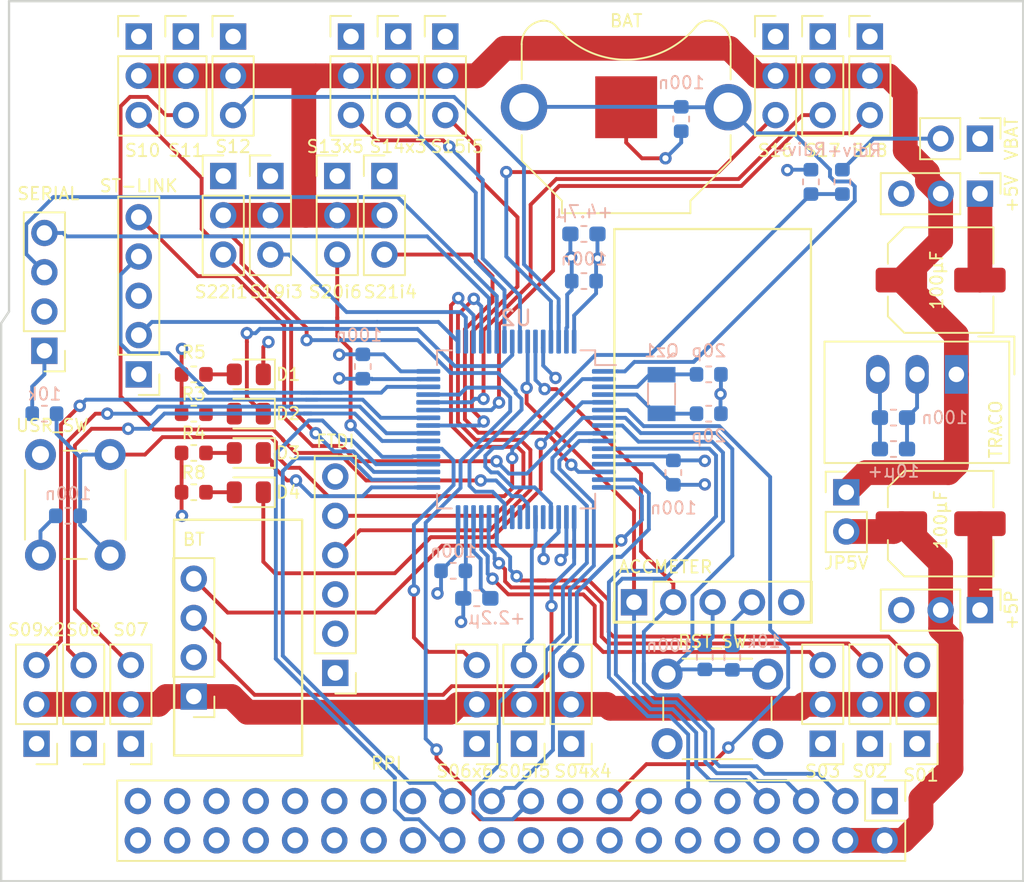
<source format=kicad_pcb>
(kicad_pcb (version 20171130) (host pcbnew "(5.1.0)-1")
  (layers (0 F.Cu jumper) (1 In1.Cu power hide) (2 In2.Cu power hide) (31 B.Cu signal) (34 B.Paste user hide) (35 F.Paste user hide) (36 B.SilkS user hide) (37 F.SilkS user hide) (38 B.Mask user hide) (39 F.Mask user hide) (44 Edge.Cuts user))
  (net 0 "")
  (net 1 GND)
  (net 2 +3V3)
  (net 3 RST)
  (net 4 VCAP_1)
  (net 5 LED1)
  (net 6 "Net-(D1-Pad2)")
  (net 7 "Net-(D2-Pad2)")
  (net 8 LED3)
  (net 9 "Net-(D3-Pad2)")
  (net 10 SWDIO)
  (net 11 SWCLK)
  (net 12 I2C_SCL)
  (net 13 I2C_SDA)
  (net 14 FTDI_TX)
  (net 15 FTDI_RX)
  (net 16 UART2_TX)
  (net 17 UART2_RX)
  (net 18 UART5_RX)
  (net 19 UART5_TX)
  (net 20 ADC_IN)
  (net 21 USR_BUTT)
  (net 22 +5V)
  (net 23 IO_OUT_1)
  (net 24 IO_OUT_2)
  (net 25 IO_IN_1)
  (net 26 IO_IN_2)
  (net 27 SPI2_MISO)
  (net 28 SPI2_MOSI)
  (net 29 SPI2_SCK)
  (net 30 "Net-(D4-Pad2)")
  (net 31 +5P)
  (net 32 Pile)
  (net 33 OSC_1)
  (net 34 OSC_2)
  (net 35 CE0)
  (net 36 LED2)
  (net 37 S15)
  (net 38 S14)
  (net 39 S10)
  (net 40 S06)
  (net 41 S09)
  (net 42 S03)
  (net 43 S01)
  (net 44 S07)
  (net 45 S18)
  (net 46 S08)
  (net 47 S21)
  (net 48 S17)
  (net 49 S05)
  (net 50 S04)
  (net 51 S16)
  (net 52 S19)
  (net 53 S13)
  (net 54 S20)
  (net 55 S12)
  (net 56 S22)
  (net 57 S11)
  (net 58 S02)
  (net 59 VBAT)
  (module lib_perso:Altimu (layer F.Cu) (at 139.7 137.668 90)
    (fp_text reference ACCMETER (at 2.286 2.032 180) (layer F.SilkS) (effects (font (size 0.8 0.8) (thickness 0.12))))
    (fp_text value ACCMETER)
    (pad "" np_thru_hole circle (at 16.51 8.89 90) (size 2.2 2.2) (drill 2.2) (layers *.Cu *.Mask))
    (pad "" np_thru_hole circle (at 21.59 1.27 90) (size 2.2 2.2) (drill 2.2) (layers *.Cu *.Mask))
    (pad 5 thru_hole oval (at 0 10.16 90) (size 1.7 1.7) (drill 1) (layers *.Cu *.Mask))
    (pad 4 thru_hole oval (at 0 7.62 90) (size 1.7 1.7) (drill 1) (layers *.Cu *.Mask) (net 2 +3V3))
    (pad 3 thru_hole oval (at 0 5.08 90) (size 1.7 1.7) (drill 1) (layers *.Cu *.Mask) (net 1 GND))
    (pad 2 thru_hole oval (at 0 2.54 90) (size 1.7 1.7) (drill 1) (layers *.Cu *.Mask) (net 13 I2C_SDA))
    (pad 1 thru_hole rect (at 0 0 90) (size 1.7 1.7) (drill 1) (layers *.Cu *.Mask) (net 12 I2C_SCL))
  )
  (module Capacitor_SMD:C_Elec_6.3x5.8 (layer F.Cu) (at 159.512 116.84)
    (fp_text reference 100µF (at -0.254 0 90) (layer F.SilkS) (effects (font (size 0.8 0.8) (thickness 0.12))))
    (fp_text value 100nF)
    (pad 2 smd roundrect (at 2.5375 0) (size 3.325 1.6) (layers F.Cu F.Paste F.Mask) (roundrect_rratio 0.15625) (net 1 GND))
    (pad 1 smd roundrect (at -2.5375 0) (size 3.325 1.6) (layers F.Cu F.Paste F.Mask) (roundrect_rratio 0.15625) (net 31 +5P))
  )
  (module Connector_PinHeader_2.54mm:PinHeader_1x03_P2.54mm_Vertical (layer F.Cu) (at 135.636 146.812 180)
    (fp_text reference S04x4 (at -0.762 -1.778 180) (layer F.SilkS) (effects (font (size 0.8 0.8) (thickness 0.12))))
    (fp_text value S04x4)
    (pad 3 thru_hole oval (at 0 5.08 180) (size 1.7 1.7) (drill 1) (layers *.Cu *.Mask) (net 50 S04))
    (pad 2 thru_hole oval (at 0 2.54 180) (size 1.7 1.7) (drill 1) (layers *.Cu *.Mask) (net 22 +5V))
    (pad 1 thru_hole rect (at 0 0 180) (size 1.7 1.7) (drill 1) (layers *.Cu *.Mask) (net 1 GND))
  )
  (module Connector_PinHeader_2.54mm:PinHeader_1x03_P2.54mm_Vertical (layer F.Cu) (at 154.94 146.812 180)
    (fp_text reference S02 (at 0 -1.778 180) (layer F.SilkS) (effects (font (size 0.8 0.8) (thickness 0.12))))
    (fp_text value S02)
    (pad 3 thru_hole oval (at 0 5.08 180) (size 1.7 1.7) (drill 1) (layers *.Cu *.Mask) (net 58 S02))
    (pad 2 thru_hole oval (at 0 2.54 180) (size 1.7 1.7) (drill 1) (layers *.Cu *.Mask) (net 22 +5V))
    (pad 1 thru_hole rect (at 0 0 180) (size 1.7 1.7) (drill 1) (layers *.Cu *.Mask) (net 1 GND))
  )
  (module Capacitor_SMD:C_Elec_6.3x5.8 (layer F.Cu) (at 159.512 132.588)
    (fp_text reference 100µF (at 0 -0.254 270) (layer F.SilkS) (effects (font (size 0.8 0.8) (thickness 0.12))))
    (fp_text value 100nF)
    (pad 2 smd roundrect (at 2.5375 0) (size 3.325 1.6) (layers F.Cu F.Paste F.Mask) (roundrect_rratio 0.15625) (net 1 GND))
    (pad 1 smd roundrect (at -2.5375 0) (size 3.325 1.6) (layers F.Cu F.Paste F.Mask) (roundrect_rratio 0.15625) (net 22 +5V))
  )
  (module Connector_PinHeader_2.54mm:PinHeader_1x03_P2.54mm_Vertical (layer F.Cu) (at 162.052 138.176 270)
    (fp_text reference +5P (at 0 -2.032 270) (layer F.SilkS) (effects (font (size 0.8 0.8) (thickness 0.12))))
    (fp_text value BEC_2)
    (pad 3 thru_hole oval (at 0 5.08 270) (size 1.7 1.7) (drill 1) (layers *.Cu *.Mask))
    (pad 2 thru_hole oval (at 0 2.54 270) (size 1.7 1.7) (drill 1) (layers *.Cu *.Mask) (net 22 +5V))
    (pad 1 thru_hole rect (at 0 0 270) (size 1.7 1.7) (drill 1) (layers *.Cu *.Mask) (net 1 GND))
  )
  (module Connector_PinHeader_2.54mm:PinHeader_1x02_P2.54mm_Vertical (layer F.Cu) (at 153.416 130.556)
    (fp_text reference JP5V (at 0 4.572) (layer F.SilkS) (effects (font (size 0.8 0.8) (thickness 0.12))))
    (fp_text value JP_BEC)
    (pad 2 thru_hole oval (at 0 2.54) (size 1.7 1.7) (drill 1) (layers *.Cu *.Mask) (net 22 +5V))
    (pad 1 thru_hole rect (at 0 0) (size 1.7 1.7) (drill 1) (layers *.Cu *.Mask) (net 31 +5P))
  )
  (module Connector_PinHeader_2.54mm:PinHeader_1x03_P2.54mm_Vertical (layer F.Cu) (at 162.052 111.252 270)
    (fp_text reference +5V (at 0 -2.032 270) (layer F.SilkS) (effects (font (size 0.8 0.8) (thickness 0.12))))
    (fp_text value BEC_1)
    (pad 3 thru_hole oval (at 0 5.08 270) (size 1.7 1.7) (drill 1) (layers *.Cu *.Mask))
    (pad 2 thru_hole oval (at 0 2.54 270) (size 1.7 1.7) (drill 1) (layers *.Cu *.Mask) (net 31 +5P))
    (pad 1 thru_hole rect (at 0 0 270) (size 1.7 1.7) (drill 1) (layers *.Cu *.Mask) (net 1 GND))
  )
  (module Battery:BatteryHolder_Keystone_3001_1x12mm (layer F.Cu) (at 139.192 105.664 180)
    (fp_text reference BAT (at 0 5.588 unlocked) (layer F.SilkS) (effects (font (size 0.8 0.8) (thickness 0.12))))
    (fp_text value Battery)
    (pad 2 smd rect (at 0 0 180) (size 4 4) (layers F.Cu F.Mask) (net 1 GND))
    (pad 1 thru_hole circle (at 6.6 0 180) (size 3 3) (drill 1.9) (layers *.Cu *.Mask) (net 32 Pile))
    (pad 1 thru_hole circle (at -6.6 0 180) (size 3 3) (drill 1.9) (layers *.Cu *.Mask) (net 32 Pile))
  )
  (module lib_perso:SH_BT_Board_v1.3 (layer F.Cu) (at 111.252 143.764 180)
    (fp_text reference BT (at 0 10.16) (layer F.SilkS) (effects (font (size 0.8 0.8) (thickness 0.12))))
    (fp_text value SER_BT)
    (pad 1 thru_hole rect (at 0 0 180) (size 1.7 1.7) (drill 1) (layers *.Cu *.Mask) (net 22 +5V))
    (pad 2 thru_hole oval (at 0 2.54 180) (size 1.7 1.7) (drill 1) (layers *.Cu *.Mask) (net 1 GND))
    (pad 3 thru_hole oval (at 0 5.08 180) (size 1.7 1.7) (drill 1) (layers *.Cu *.Mask) (net 17 UART2_RX))
    (pad 4 thru_hole oval (at 0 7.62 180) (size 1.7 1.7) (drill 1) (layers *.Cu *.Mask) (net 16 UART2_TX))
  )
  (module Capacitor_SMD:C_0603_1608Metric (layer B.Cu) (at 103.124 132.08 180)
    (fp_text reference 100n (at 0 1.43 180) (layer B.SilkS) (effects (font (size 0.8 0.8) (thickness 0.12)) (justify mirror)))
    (fp_text value 100nF)
    (pad 2 smd roundrect (at 0.7875 0 180) (size 0.875 0.95) (layers B.Cu B.Paste B.Mask) (net 1 GND))
    (pad 1 smd roundrect (at -0.7875 0 180) (size 0.875 0.95) (layers B.Cu B.Paste B.Mask) (net 21 USR_BUTT))
  )
  (module Capacitor_SMD:C_0603_1608Metric (layer B.Cu) (at 144.272 141.224 90)
    (fp_text reference 100n (at 0.762 -2.286 180) (layer B.SilkS) (effects (font (size 0.8 0.8) (thickness 0.12)) (justify mirror)))
    (fp_text value 100nF)
    (pad 2 smd roundrect (at 0.7875 0 90) (size 0.875 0.95) (layers B.Cu B.Paste B.Mask) (net 1 GND))
    (pad 1 smd roundrect (at -0.7875 0 90) (size 0.875 0.95) (layers B.Cu B.Paste B.Mask) (net 3 RST))
  )
  (module Capacitor_SMD:C_0603_1608Metric (layer B.Cu) (at 122.174 122.428 270)
    (fp_text reference 100n (at -2.032 0.254) (layer B.SilkS) (effects (font (size 0.8 0.8) (thickness 0.12)) (justify mirror)))
    (fp_text value 100nF)
    (pad 2 smd roundrect (at 0.7875 0 270) (size 0.875 0.95) (layers B.Cu B.Paste B.Mask) (net 1 GND))
    (pad 1 smd roundrect (at -0.7875 0 270) (size 0.875 0.95) (layers B.Cu B.Paste B.Mask) (net 2 +3V3))
  )
  (module Capacitor_SMD:C_0603_1608Metric_Pad1.05x0.95mm_HandSolder (layer B.Cu) (at 156.464 127.762)
    (fp_text reference 10µ+ (at 0 1.43) (layer B.SilkS) (effects (font (size 0.8 0.8) (thickness 0.12)) (justify mirror)))
    (fp_text value 10µF)
    (pad 2 smd roundrect (at 0.875 0) (size 1.05 0.95) (layers B.Cu B.Paste B.Mask) (net 1 GND))
    (pad 1 smd roundrect (at -0.875 0) (size 1.05 0.95) (layers B.Cu B.Paste B.Mask) (net 2 +3V3))
  )
  (module Capacitor_SMD:C_0603_1608Metric (layer B.Cu) (at 128.016 135.636)
    (fp_text reference 100n (at 0 -1.27) (layer B.SilkS) (effects (font (size 0.8 0.8) (thickness 0.12)) (justify mirror)))
    (fp_text value 100nF)
    (pad 2 smd roundrect (at 0.7875 0) (size 0.875 0.95) (layers B.Cu B.Paste B.Mask) (net 1 GND))
    (pad 1 smd roundrect (at -0.7875 0) (size 0.875 0.95) (layers B.Cu B.Paste B.Mask) (net 2 +3V3))
  )
  (module Capacitor_SMD:C_0603_1608Metric_Pad1.05x0.95mm_HandSolder (layer B.Cu) (at 156.464 125.73)
    (fp_text reference 100n (at 3.302 0) (layer B.SilkS) (effects (font (size 0.8 0.8) (thickness 0.12)) (justify mirror)))
    (fp_text value 100nF)
    (pad 2 smd roundrect (at 0.875 0) (size 1.05 0.95) (layers B.Cu B.Paste B.Mask) (net 1 GND))
    (pad 1 smd roundrect (at -0.875 0) (size 1.05 0.95) (layers B.Cu B.Paste B.Mask) (net 2 +3V3))
  )
  (module Capacitor_SMD:C_0603_1608Metric (layer B.Cu) (at 142.24 129.286 90)
    (fp_text reference 100n (at -2.286 0 180) (layer B.SilkS) (effects (font (size 0.8 0.8) (thickness 0.12)) (justify mirror)))
    (fp_text value 100nF)
    (pad 2 smd roundrect (at 0.7875 0 90) (size 0.875 0.95) (layers B.Cu B.Paste B.Mask) (net 1 GND))
    (pad 1 smd roundrect (at -0.7875 0 90) (size 0.875 0.95) (layers B.Cu B.Paste B.Mask) (net 2 +3V3))
  )
  (module Capacitor_SMD:C_0603_1608Metric_Pad1.05x0.95mm_HandSolder (layer B.Cu) (at 129.54 137.414 180)
    (fp_text reference +2.2µ (at -1.27 -1.27 180) (layer B.SilkS) (effects (font (size 0.8 0.8) (thickness 0.12)) (justify mirror)))
    (fp_text value 2.2µF)
    (pad 2 smd roundrect (at 0.875 0 180) (size 1.05 0.95) (layers B.Cu B.Paste B.Mask) (net 1 GND))
    (pad 1 smd roundrect (at -0.875 0 180) (size 1.05 0.95) (layers B.Cu B.Paste B.Mask) (net 4 VCAP_1))
  )
  (module Connector_PinHeader_2.54mm:PinHeader_1x03_P2.54mm_Vertical (layer F.Cu) (at 127.508 101.092)
    (fp_text reference S15i5 (at 0.762 7.112) (layer F.SilkS) (effects (font (size 0.8 0.8) (thickness 0.12))))
    (fp_text value S15i2)
    (pad 3 thru_hole oval (at 0 5.08) (size 1.7 1.7) (drill 1) (layers *.Cu *.Mask) (net 37 S15))
    (pad 2 thru_hole oval (at 0 2.54) (size 1.7 1.7) (drill 1) (layers *.Cu *.Mask) (net 31 +5P))
    (pad 1 thru_hole rect (at 0 0) (size 1.7 1.7) (drill 1) (layers *.Cu *.Mask) (net 1 GND))
  )
  (module Connector_PinHeader_2.54mm:PinHeader_1x03_P2.54mm_Vertical (layer F.Cu) (at 124.46 101.092)
    (fp_text reference S14x3 (at 0 7.112) (layer F.SilkS) (effects (font (size 0.8 0.8) (thickness 0.12))))
    (fp_text value S14x3)
    (pad 3 thru_hole oval (at 0 5.08) (size 1.7 1.7) (drill 1) (layers *.Cu *.Mask) (net 38 S14))
    (pad 2 thru_hole oval (at 0 2.54) (size 1.7 1.7) (drill 1) (layers *.Cu *.Mask) (net 31 +5P))
    (pad 1 thru_hole rect (at 0 0) (size 1.7 1.7) (drill 1) (layers *.Cu *.Mask) (net 1 GND))
  )
  (module Connector_PinHeader_2.54mm:PinHeader_1x03_P2.54mm_Vertical (layer F.Cu) (at 107.696 101.092)
    (fp_text reference S10 (at 0.254 7.366 unlocked) (layer F.SilkS) (effects (font (size 0.8 0.8) (thickness 0.12))))
    (fp_text value " ")
    (pad 3 thru_hole oval (at 0 5.08) (size 1.7 1.7) (drill 1) (layers *.Cu *.Mask) (net 39 S10))
    (pad 2 thru_hole oval (at 0 2.54) (size 1.7 1.7) (drill 1) (layers *.Cu *.Mask) (net 31 +5P))
    (pad 1 thru_hole rect (at 0 0) (size 1.7 1.7) (drill 1) (layers *.Cu *.Mask) (net 1 GND))
  )
  (module Connector_PinHeader_2.54mm:PinHeader_1x03_P2.54mm_Vertical (layer F.Cu) (at 129.54 146.812 180)
    (fp_text reference S06x6 (at 0.762 -1.778 180) (layer F.SilkS) (effects (font (size 0.8 0.8) (thickness 0.12))))
    (fp_text value S06x6)
    (pad 3 thru_hole oval (at 0 5.08 180) (size 1.7 1.7) (drill 1) (layers *.Cu *.Mask) (net 40 S06))
    (pad 2 thru_hole oval (at 0 2.54 180) (size 1.7 1.7) (drill 1) (layers *.Cu *.Mask) (net 22 +5V))
    (pad 1 thru_hole rect (at 0 0 180) (size 1.7 1.7) (drill 1) (layers *.Cu *.Mask) (net 1 GND))
  )
  (module Connector_PinHeader_2.54mm:PinHeader_1x03_P2.54mm_Vertical (layer F.Cu) (at 101.092 146.812 180)
    (fp_text reference S09x2 (at 0 7.366 180) (layer F.SilkS) (effects (font (size 0.8 0.8) (thickness 0.12))))
    (fp_text value " ")
    (pad 3 thru_hole oval (at 0 5.08 180) (size 1.7 1.7) (drill 1) (layers *.Cu *.Mask) (net 41 S09))
    (pad 2 thru_hole oval (at 0 2.54 180) (size 1.7 1.7) (drill 1) (layers *.Cu *.Mask) (net 22 +5V))
    (pad 1 thru_hole rect (at 0 0 180) (size 1.7 1.7) (drill 1) (layers *.Cu *.Mask) (net 1 GND))
  )
  (module Connector_PinHeader_2.54mm:PinHeader_1x03_P2.54mm_Vertical (layer F.Cu) (at 151.892 146.812 180)
    (fp_text reference S03 (at 0 -1.778 180) (layer F.SilkS) (effects (font (size 0.8 0.8) (thickness 0.12))))
    (fp_text value S03)
    (pad 3 thru_hole oval (at 0 5.08 180) (size 1.7 1.7) (drill 1) (layers *.Cu *.Mask) (net 42 S03))
    (pad 2 thru_hole oval (at 0 2.54 180) (size 1.7 1.7) (drill 1) (layers *.Cu *.Mask) (net 22 +5V))
    (pad 1 thru_hole rect (at 0 0 180) (size 1.7 1.7) (drill 1) (layers *.Cu *.Mask) (net 1 GND))
  )
  (module Connector_PinHeader_2.54mm:PinHeader_1x03_P2.54mm_Vertical (layer F.Cu) (at 157.988 146.812 180)
    (fp_text reference S01 (at -0.254 -2.032 180) (layer F.SilkS) (effects (font (size 0.8 0.8) (thickness 0.12))))
    (fp_text value S01)
    (pad 3 thru_hole oval (at 0 5.08 180) (size 1.7 1.7) (drill 1) (layers *.Cu *.Mask) (net 43 S01))
    (pad 2 thru_hole oval (at 0 2.54 180) (size 1.7 1.7) (drill 1) (layers *.Cu *.Mask) (net 22 +5V))
    (pad 1 thru_hole rect (at 0 0 180) (size 1.7 1.7) (drill 1) (layers *.Cu *.Mask) (net 1 GND))
  )
  (module Connector_PinHeader_2.54mm:PinHeader_1x03_P2.54mm_Vertical (layer F.Cu) (at 107.188 146.812 180)
    (fp_text reference S07 (at 0 7.366 180) (layer F.SilkS) (effects (font (size 0.8 0.8) (thickness 0.12))))
    (fp_text value " ")
    (pad 3 thru_hole oval (at 0 5.08 180) (size 1.7 1.7) (drill 1) (layers *.Cu *.Mask) (net 44 S07))
    (pad 2 thru_hole oval (at 0 2.54 180) (size 1.7 1.7) (drill 1) (layers *.Cu *.Mask) (net 22 +5V))
    (pad 1 thru_hole rect (at 0 0 180) (size 1.7 1.7) (drill 1) (layers *.Cu *.Mask) (net 1 GND))
  )
  (module Connector_PinHeader_2.54mm:PinHeader_1x03_P2.54mm_Vertical (layer F.Cu) (at 154.94 101.092)
    (fp_text reference S18 (at 0 7.366) (layer F.SilkS) (effects (font (size 0.8 0.8) (thickness 0.12))))
    (fp_text value S18)
    (pad 3 thru_hole oval (at 0 5.08) (size 1.7 1.7) (drill 1) (layers *.Cu *.Mask) (net 45 S18))
    (pad 2 thru_hole oval (at 0 2.54) (size 1.7 1.7) (drill 1) (layers *.Cu *.Mask) (net 31 +5P))
    (pad 1 thru_hole rect (at 0 0) (size 1.7 1.7) (drill 1) (layers *.Cu *.Mask) (net 1 GND))
  )
  (module Connector_PinHeader_2.54mm:PinHeader_1x03_P2.54mm_Vertical (layer F.Cu) (at 104.14 146.812 180)
    (fp_text reference S08 (at 0 7.366 180) (layer F.SilkS) (effects (font (size 0.8 0.8) (thickness 0.12))))
    (fp_text value " ")
    (pad 3 thru_hole oval (at 0 5.08 180) (size 1.7 1.7) (drill 1) (layers *.Cu *.Mask) (net 46 S08))
    (pad 2 thru_hole oval (at 0 2.54 180) (size 1.7 1.7) (drill 1) (layers *.Cu *.Mask) (net 22 +5V))
    (pad 1 thru_hole rect (at 0 0 180) (size 1.7 1.7) (drill 1) (layers *.Cu *.Mask) (net 1 GND))
  )
  (module Connector_PinHeader_2.54mm:PinHeader_1x03_P2.54mm_Vertical (layer F.Cu) (at 123.571 110.109)
    (fp_text reference S21i4 (at 0.381 7.493) (layer F.SilkS) (effects (font (size 0.8 0.8) (thickness 0.12))))
    (fp_text value S21i4)
    (pad 3 thru_hole oval (at 0 5.08) (size 1.7 1.7) (drill 1) (layers *.Cu *.Mask) (net 47 S21))
    (pad 2 thru_hole oval (at 0 2.54) (size 1.7 1.7) (drill 1) (layers *.Cu *.Mask) (net 31 +5P))
    (pad 1 thru_hole rect (at 0 0) (size 1.7 1.7) (drill 1) (layers *.Cu *.Mask) (net 1 GND))
  )
  (module Connector_PinHeader_2.54mm:PinHeader_1x03_P2.54mm_Vertical (layer F.Cu) (at 113.157 110.109)
    (fp_text reference S22i1 (at -0.127 7.493) (layer F.SilkS) (effects (font (size 0.8 0.8) (thickness 0.12))))
    (fp_text value S22i1)
    (pad 3 thru_hole oval (at 0 5.08) (size 1.7 1.7) (drill 1) (layers *.Cu *.Mask) (net 56 S22))
    (pad 2 thru_hole oval (at 0 2.54) (size 1.7 1.7) (drill 1) (layers *.Cu *.Mask) (net 31 +5P))
    (pad 1 thru_hole rect (at 0 0) (size 1.7 1.7) (drill 1) (layers *.Cu *.Mask) (net 1 GND))
  )
  (module Connector_PinHeader_2.54mm:PinHeader_1x03_P2.54mm_Vertical (layer F.Cu) (at 151.892 101.092)
    (fp_text reference S17 (at 0 7.366) (layer F.SilkS) (effects (font (size 0.8 0.8) (thickness 0.12))))
    (fp_text value S17)
    (pad 3 thru_hole oval (at 0 5.08) (size 1.7 1.7) (drill 1) (layers *.Cu *.Mask) (net 48 S17))
    (pad 2 thru_hole oval (at 0 2.54) (size 1.7 1.7) (drill 1) (layers *.Cu *.Mask) (net 31 +5P))
    (pad 1 thru_hole rect (at 0 0) (size 1.7 1.7) (drill 1) (layers *.Cu *.Mask) (net 1 GND))
  )
  (module Connector_PinHeader_2.54mm:PinHeader_1x03_P2.54mm_Vertical (layer F.Cu) (at 132.588 146.812 180)
    (fp_text reference S05i5 (at 0 -1.778 180) (layer F.SilkS) (effects (font (size 0.8 0.8) (thickness 0.12))))
    (fp_text value S05i5)
    (pad 3 thru_hole oval (at 0 5.08 180) (size 1.7 1.7) (drill 1) (layers *.Cu *.Mask) (net 49 S05))
    (pad 2 thru_hole oval (at 0 2.54 180) (size 1.7 1.7) (drill 1) (layers *.Cu *.Mask) (net 22 +5V))
    (pad 1 thru_hole rect (at 0 0 180) (size 1.7 1.7) (drill 1) (layers *.Cu *.Mask) (net 1 GND))
  )
  (module Connector_PinHeader_2.54mm:PinHeader_1x03_P2.54mm_Vertical (layer F.Cu) (at 110.744 101.092)
    (fp_text reference S11 (at 0 7.366 unlocked) (layer F.SilkS) (effects (font (size 0.8 0.8) (thickness 0.12))))
    (fp_text value " ")
    (pad 3 thru_hole oval (at 0 5.08) (size 1.7 1.7) (drill 1) (layers *.Cu *.Mask) (net 57 S11))
    (pad 2 thru_hole oval (at 0 2.54) (size 1.7 1.7) (drill 1) (layers *.Cu *.Mask) (net 31 +5P))
    (pad 1 thru_hole rect (at 0 0) (size 1.7 1.7) (drill 1) (layers *.Cu *.Mask) (net 1 GND))
  )
  (module Connector_PinHeader_2.54mm:PinHeader_1x03_P2.54mm_Vertical (layer F.Cu) (at 148.844 101.092)
    (fp_text reference S16 (at 0 7.366) (layer F.SilkS) (effects (font (size 0.8 0.8) (thickness 0.12))))
    (fp_text value S16)
    (pad 3 thru_hole oval (at 0 5.08) (size 1.7 1.7) (drill 1) (layers *.Cu *.Mask) (net 51 S16))
    (pad 2 thru_hole oval (at 0 2.54) (size 1.7 1.7) (drill 1) (layers *.Cu *.Mask) (net 31 +5P))
    (pad 1 thru_hole rect (at 0 0) (size 1.7 1.7) (drill 1) (layers *.Cu *.Mask) (net 1 GND))
  )
  (module Connector_PinHeader_2.54mm:PinHeader_1x03_P2.54mm_Vertical (layer F.Cu) (at 116.205 110.109)
    (fp_text reference S19i3 (at 0.381 7.493 unlocked) (layer F.SilkS) (effects (font (size 0.8 0.8) (thickness 0.12))))
    (fp_text value S19i3)
    (pad 3 thru_hole oval (at 0 5.08) (size 1.7 1.7) (drill 1) (layers *.Cu *.Mask) (net 52 S19))
    (pad 2 thru_hole oval (at 0 2.54) (size 1.7 1.7) (drill 1) (layers *.Cu *.Mask) (net 31 +5P))
    (pad 1 thru_hole rect (at 0 0) (size 1.7 1.7) (drill 1) (layers *.Cu *.Mask) (net 1 GND))
  )
  (module Connector_PinHeader_2.54mm:PinHeader_1x03_P2.54mm_Vertical (layer F.Cu) (at 121.412 101.092)
    (fp_text reference S13x5 (at -1.016 7.112) (layer F.SilkS) (effects (font (size 0.8 0.8) (thickness 0.12))))
    (fp_text value S13x5)
    (pad 3 thru_hole oval (at 0 5.08) (size 1.7 1.7) (drill 1) (layers *.Cu *.Mask) (net 53 S13))
    (pad 2 thru_hole oval (at 0 2.54) (size 1.7 1.7) (drill 1) (layers *.Cu *.Mask) (net 31 +5P))
    (pad 1 thru_hole rect (at 0 0) (size 1.7 1.7) (drill 1) (layers *.Cu *.Mask) (net 1 GND))
  )
  (module Connector_PinHeader_2.54mm:PinHeader_1x03_P2.54mm_Vertical (layer F.Cu) (at 120.523 110.109)
    (fp_text reference S20i6 (at -0.127 7.493) (layer F.SilkS) (effects (font (size 0.8 0.8) (thickness 0.12))))
    (fp_text value S20i6)
    (pad 3 thru_hole oval (at 0 5.08) (size 1.7 1.7) (drill 1) (layers *.Cu *.Mask) (net 54 S20))
    (pad 2 thru_hole oval (at 0 2.54) (size 1.7 1.7) (drill 1) (layers *.Cu *.Mask) (net 31 +5P))
    (pad 1 thru_hole rect (at 0 0) (size 1.7 1.7) (drill 1) (layers *.Cu *.Mask) (net 1 GND))
  )
  (module Connector_PinHeader_2.54mm:PinHeader_1x03_P2.54mm_Vertical (layer F.Cu) (at 113.792 101.092)
    (fp_text reference S12 (at 0 7.112 unlocked) (layer F.SilkS) (effects (font (size 0.8 0.8) (thickness 0.12))))
    (fp_text value S12)
    (pad 3 thru_hole oval (at 0 5.08) (size 1.7 1.7) (drill 1) (layers *.Cu *.Mask) (net 55 S12))
    (pad 2 thru_hole oval (at 0 2.54) (size 1.7 1.7) (drill 1) (layers *.Cu *.Mask) (net 31 +5P))
    (pad 1 thru_hole rect (at 0 0) (size 1.7 1.7) (drill 1) (layers *.Cu *.Mask) (net 1 GND))
  )
  (module Connector_PinHeader_2.54mm:PinHeader_1x05_P2.54mm_Vertical (layer F.Cu) (at 107.696 122.936 180)
    (fp_text reference ST-LINK (at 0 12.192 unlocked) (layer F.SilkS) (effects (font (size 0.8 0.8) (thickness 0.12))))
    (fp_text value " ")
    (pad 5 thru_hole oval (at 0 10.16 180) (size 1.7 1.7) (drill 1) (layers *.Cu *.Mask) (net 3 RST))
    (pad 4 thru_hole oval (at 0 7.62 180) (size 1.7 1.7) (drill 1) (layers *.Cu *.Mask) (net 10 SWDIO))
    (pad 3 thru_hole oval (at 0 5.08 180) (size 1.7 1.7) (drill 1) (layers *.Cu *.Mask) (net 1 GND))
    (pad 2 thru_hole oval (at 0 2.54 180) (size 1.7 1.7) (drill 1) (layers *.Cu *.Mask) (net 11 SWCLK))
    (pad 1 thru_hole rect (at 0 0 180) (size 1.7 1.7) (drill 1) (layers *.Cu *.Mask) (net 2 +3V3))
  )
  (module Connector_PinHeader_2.54mm:PinHeader_1x06_P2.54mm_Vertical (layer F.Cu) (at 120.396 142.24 180)
    (fp_text reference FTDI (at 0 14.986 unlocked) (layer F.SilkS) (effects (font (size 0.8 0.8) (thickness 0.12))))
    (fp_text value FTDI)
    (pad 6 thru_hole oval (at 0 12.7 180) (size 1.7 1.7) (drill 1) (layers *.Cu *.Mask))
    (pad 5 thru_hole oval (at 0 10.16 180) (size 1.7 1.7) (drill 1) (layers *.Cu *.Mask) (net 14 FTDI_TX))
    (pad 4 thru_hole oval (at 0 7.62 180) (size 1.7 1.7) (drill 1) (layers *.Cu *.Mask) (net 15 FTDI_RX))
    (pad 3 thru_hole oval (at 0 5.08 180) (size 1.7 1.7) (drill 1) (layers *.Cu *.Mask))
    (pad 2 thru_hole oval (at 0 2.54 180) (size 1.7 1.7) (drill 1) (layers *.Cu *.Mask))
    (pad 1 thru_hole rect (at 0 0 180) (size 1.7 1.7) (drill 1) (layers *.Cu *.Mask) (net 1 GND))
  )
  (module Resistor_SMD:R_0603_1608Metric (layer B.Cu) (at 101.6 125.476)
    (fp_text reference 10k (at 0 -1.27) (layer B.SilkS) (effects (font (size 0.8 0.8) (thickness 0.12)) (justify mirror)))
    (fp_text value 10K)
    (pad 2 smd roundrect (at 0.7875 0) (size 0.875 0.95) (layers B.Cu B.Paste B.Mask) (net 21 USR_BUTT))
    (pad 1 smd roundrect (at -0.7875 0) (size 0.875 0.95) (layers B.Cu B.Paste B.Mask) (net 2 +3V3))
  )
  (module Resistor_SMD:R_0603_1608Metric (layer B.Cu) (at 146.05 141.2495 270)
    (fp_text reference 10k (at -1.0415 -2.032) (layer B.SilkS) (effects (font (size 0.8 0.8) (thickness 0.12)) (justify mirror)))
    (fp_text value 10K)
    (pad 2 smd roundrect (at 0.7875 0 270) (size 0.875 0.95) (layers B.Cu B.Paste B.Mask) (net 3 RST))
    (pad 1 smd roundrect (at -0.7875 0 270) (size 0.875 0.95) (layers B.Cu B.Paste B.Mask) (net 2 +3V3))
  )
  (module Resistor_SMD:R_0603_1608Metric (layer F.Cu) (at 111.252 125.476)
    (fp_text reference R3 (at 0 -1.27) (layer F.SilkS) (effects (font (size 0.8 0.8) (thickness 0.12))))
    (fp_text value 60)
    (pad 2 smd roundrect (at 0.7875 0) (size 0.875 0.95) (layers F.Cu F.Paste F.Mask) (net 6 "Net-(D1-Pad2)"))
    (pad 1 smd roundrect (at -0.7875 0) (size 0.875 0.95) (layers F.Cu F.Paste F.Mask) (net 2 +3V3))
  )
  (module Resistor_SMD:R_0603_1608Metric (layer F.Cu) (at 111.252 128.016)
    (fp_text reference R4 (at 0 -1.27) (layer F.SilkS) (effects (font (size 0.8 0.8) (thickness 0.12))))
    (fp_text value 60)
    (pad 2 smd roundrect (at 0.7875 0) (size 0.875 0.95) (layers F.Cu F.Paste F.Mask) (net 7 "Net-(D2-Pad2)"))
    (pad 1 smd roundrect (at -0.7875 0) (size 0.875 0.95) (layers F.Cu F.Paste F.Mask) (net 2 +3V3))
  )
  (module Resistor_SMD:R_0603_1608Metric (layer F.Cu) (at 111.252 122.936)
    (fp_text reference R5 (at 0 -1.43) (layer F.SilkS) (effects (font (size 0.8 0.8) (thickness 0.12))))
    (fp_text value 60)
    (pad 2 smd roundrect (at 0.7875 0) (size 0.875 0.95) (layers F.Cu F.Paste F.Mask) (net 30 "Net-(D4-Pad2)"))
    (pad 1 smd roundrect (at -0.7875 0) (size 0.875 0.95) (layers F.Cu F.Paste F.Mask) (net 2 +3V3))
  )
  (module Converter_DCDC:Converter_DCDC_TRACO_TSR-1_THT (layer F.Cu) (at 160.528 122.936 180)
    (fp_text reference TRACO (at -2.54 -3.556 270) (layer F.SilkS) (effects (font (size 0.8 0.8) (thickness 0.12))))
    (fp_text value TSR_1-2433)
    (pad 3 thru_hole oval (at 5.08 0 180) (size 1.5 2.5) (drill 1) (layers *.Cu *.Mask) (net 2 +3V3))
    (pad 2 thru_hole oval (at 2.54 0 180) (size 1.5 2.5) (drill 1) (layers *.Cu *.Mask) (net 1 GND))
    (pad 1 thru_hole rect (at 0 0 180) (size 1.5 2.5) (drill 1) (layers *.Cu *.Mask) (net 31 +5P))
  )
  (module Package_QFP:LQFP-64_10x10mm_P0.5mm (layer B.Cu) (at 132.08 126.492 180)
    (fp_text reference U2 (at 0 7.2 180) (layer B.SilkS) (effects (justify mirror)))
    (fp_text value STM32F446RETx)
    (pad 64 smd roundrect (at -3.75 5.675 180) (size 0.3 1.55) (layers B.Cu B.Paste B.Mask) (net 2 +3V3))
    (pad 63 smd roundrect (at -3.25 5.675 180) (size 0.3 1.55) (layers B.Cu B.Paste B.Mask) (net 1 GND))
    (pad 62 smd roundrect (at -2.75 5.675 180) (size 0.3 1.55) (layers B.Cu B.Paste B.Mask) (net 55 S12))
    (pad 61 smd roundrect (at -2.25 5.675 180) (size 0.3 1.55) (layers B.Cu B.Paste B.Mask) (net 51 S16))
    (pad 60 smd roundrect (at -1.75 5.675 180) (size 0.3 1.55) (layers B.Cu B.Paste B.Mask) (net 1 GND))
    (pad 59 smd roundrect (at -1.25 5.675 180) (size 0.3 1.55) (layers B.Cu B.Paste B.Mask) (net 13 I2C_SDA))
    (pad 58 smd roundrect (at -0.75 5.675 180) (size 0.3 1.55) (layers B.Cu B.Paste B.Mask) (net 12 I2C_SCL))
    (pad 57 smd roundrect (at -0.25 5.675 180) (size 0.3 1.55) (layers B.Cu B.Paste B.Mask) (net 53 S13))
    (pad 56 smd roundrect (at 0.25 5.675 180) (size 0.3 1.55) (layers B.Cu B.Paste B.Mask) (net 5 LED1))
    (pad 55 smd roundrect (at 0.75 5.675 180) (size 0.3 1.55) (layers B.Cu B.Paste B.Mask) (net 38 S14))
    (pad 54 smd roundrect (at 1.25 5.675 180) (size 0.3 1.55) (layers B.Cu B.Paste B.Mask) (net 18 UART5_RX))
    (pad 53 smd roundrect (at 1.75 5.675 180) (size 0.3 1.55) (layers B.Cu B.Paste B.Mask) (net 19 UART5_TX))
    (pad 52 smd roundrect (at 2.25 5.675 180) (size 0.3 1.55) (layers B.Cu B.Paste B.Mask) (net 15 FTDI_RX))
    (pad 51 smd roundrect (at 2.75 5.675 180) (size 0.3 1.55) (layers B.Cu B.Paste B.Mask) (net 14 FTDI_TX))
    (pad 50 smd roundrect (at 3.25 5.675 180) (size 0.3 1.55) (layers B.Cu B.Paste B.Mask) (net 52 S19))
    (pad 49 smd roundrect (at 3.75 5.675 180) (size 0.3 1.55) (layers B.Cu B.Paste B.Mask) (net 11 SWCLK))
    (pad 48 smd roundrect (at 5.675 3.75 180) (size 1.55 0.3) (layers B.Cu B.Paste B.Mask) (net 2 +3V3))
    (pad 47 smd roundrect (at 5.675 3.25 180) (size 1.55 0.3) (layers B.Cu B.Paste B.Mask) (net 1 GND))
    (pad 46 smd roundrect (at 5.675 2.75 180) (size 1.55 0.3) (layers B.Cu B.Paste B.Mask) (net 10 SWDIO))
    (pad 45 smd roundrect (at 5.675 2.25 180) (size 1.55 0.3) (layers B.Cu B.Paste B.Mask) (net 25 IO_IN_1))
    (pad 44 smd roundrect (at 5.675 1.75 180) (size 1.55 0.3) (layers B.Cu B.Paste B.Mask) (net 48 S17))
    (pad 43 smd roundrect (at 5.675 1.25 180) (size 1.55 0.3) (layers B.Cu B.Paste B.Mask) (net 45 S18))
    (pad 42 smd roundrect (at 5.675 0.75 180) (size 1.55 0.3) (layers B.Cu B.Paste B.Mask) (net 41 S09))
    (pad 41 smd roundrect (at 5.675 0.25 180) (size 1.55 0.3) (layers B.Cu B.Paste B.Mask) (net 37 S15))
    (pad 40 smd roundrect (at 5.675 -0.25 180) (size 1.55 0.3) (layers B.Cu B.Paste B.Mask) (net 46 S08))
    (pad 39 smd roundrect (at 5.675 -0.75 180) (size 1.55 0.3) (layers B.Cu B.Paste B.Mask) (net 44 S07))
    (pad 38 smd roundrect (at 5.675 -1.25 180) (size 1.55 0.3) (layers B.Cu B.Paste B.Mask) (net 40 S06))
    (pad 37 smd roundrect (at 5.675 -1.75 180) (size 1.55 0.3) (layers B.Cu B.Paste B.Mask) (net 54 S20))
    (pad 36 smd roundrect (at 5.675 -2.25 180) (size 1.55 0.3) (layers B.Cu B.Paste B.Mask) (net 35 CE0))
    (pad 35 smd roundrect (at 5.675 -2.75 180) (size 1.55 0.3) (layers B.Cu B.Paste B.Mask) (net 56 S22))
    (pad 34 smd roundrect (at 5.675 -3.25 180) (size 1.55 0.3) (layers B.Cu B.Paste B.Mask) (net 29 SPI2_SCK))
    (pad 33 smd roundrect (at 5.675 -3.75 180) (size 1.55 0.3) (layers B.Cu B.Paste B.Mask) (net 36 LED2))
    (pad 32 smd roundrect (at 3.75 -5.675 180) (size 0.3 1.55) (layers B.Cu B.Paste B.Mask) (net 2 +3V3))
    (pad 31 smd roundrect (at 3.25 -5.675 180) (size 0.3 1.55) (layers B.Cu B.Paste B.Mask) (net 1 GND))
    (pad 30 smd roundrect (at 2.75 -5.675 180) (size 0.3 1.55) (layers B.Cu B.Paste B.Mask) (net 4 VCAP_1))
    (pad 29 smd roundrect (at 2.25 -5.675 180) (size 0.3 1.55) (layers B.Cu B.Paste B.Mask) (net 42 S03))
    (pad 28 smd roundrect (at 1.75 -5.675 180) (size 0.3 1.55) (layers B.Cu B.Paste B.Mask) (net 58 S02))
    (pad 27 smd roundrect (at 1.25 -5.675 180) (size 0.3 1.55) (layers B.Cu B.Paste B.Mask) (net 43 S01))
    (pad 26 smd roundrect (at 0.75 -5.675 180) (size 0.3 1.55) (layers B.Cu B.Paste B.Mask) (net 39 S10))
    (pad 25 smd roundrect (at 0.25 -5.675 180) (size 0.3 1.55) (layers B.Cu B.Paste B.Mask))
    (pad 24 smd roundrect (at -0.25 -5.675 180) (size 0.3 1.55) (layers B.Cu B.Paste B.Mask))
    (pad 23 smd roundrect (at -0.75 -5.675 180) (size 0.3 1.55) (layers B.Cu B.Paste B.Mask) (net 57 S11))
    (pad 22 smd roundrect (at -1.25 -5.675 180) (size 0.3 1.55) (layers B.Cu B.Paste B.Mask) (net 49 S05))
    (pad 21 smd roundrect (at -1.75 -5.675 180) (size 0.3 1.55) (layers B.Cu B.Paste B.Mask))
    (pad 20 smd roundrect (at -2.25 -5.675 180) (size 0.3 1.55) (layers B.Cu B.Paste B.Mask) (net 20 ADC_IN))
    (pad 19 smd roundrect (at -2.75 -5.675 180) (size 0.3 1.55) (layers B.Cu B.Paste B.Mask) (net 2 +3V3))
    (pad 18 smd roundrect (at -3.25 -5.675 180) (size 0.3 1.55) (layers B.Cu B.Paste B.Mask) (net 1 GND))
    (pad 17 smd roundrect (at -3.75 -5.675 180) (size 0.3 1.55) (layers B.Cu B.Paste B.Mask) (net 17 UART2_RX))
    (pad 16 smd roundrect (at -5.675 -3.75 180) (size 1.55 0.3) (layers B.Cu B.Paste B.Mask) (net 16 UART2_TX))
    (pad 15 smd roundrect (at -5.675 -3.25 180) (size 1.55 0.3) (layers B.Cu B.Paste B.Mask) (net 50 S04))
    (pad 14 smd roundrect (at -5.675 -2.75 180) (size 1.55 0.3) (layers B.Cu B.Paste B.Mask) (net 47 S21))
    (pad 13 smd roundrect (at -5.675 -2.25 180) (size 1.55 0.3) (layers B.Cu B.Paste B.Mask) (net 2 +3V3))
    (pad 12 smd roundrect (at -5.675 -1.75 180) (size 1.55 0.3) (layers B.Cu B.Paste B.Mask) (net 1 GND))
    (pad 11 smd roundrect (at -5.675 -1.25 180) (size 1.55 0.3) (layers B.Cu B.Paste B.Mask) (net 24 IO_OUT_2))
    (pad 10 smd roundrect (at -5.675 -0.75 180) (size 1.55 0.3) (layers B.Cu B.Paste B.Mask) (net 27 SPI2_MISO))
    (pad 9 smd roundrect (at -5.675 -0.25 180) (size 1.55 0.3) (layers B.Cu B.Paste B.Mask) (net 28 SPI2_MOSI))
    (pad 8 smd roundrect (at -5.675 0.25 180) (size 1.55 0.3) (layers B.Cu B.Paste B.Mask) (net 23 IO_OUT_1))
    (pad 7 smd roundrect (at -5.675 0.75 180) (size 1.55 0.3) (layers B.Cu B.Paste B.Mask) (net 3 RST))
    (pad 6 smd roundrect (at -5.675 1.25 180) (size 1.55 0.3) (layers B.Cu B.Paste B.Mask) (net 26 IO_IN_2))
    (pad 5 smd roundrect (at -5.675 1.75 180) (size 1.55 0.3) (layers B.Cu B.Paste B.Mask) (net 8 LED3))
    (pad 4 smd roundrect (at -5.675 2.25 180) (size 1.55 0.3) (layers B.Cu B.Paste B.Mask) (net 34 OSC_2))
    (pad 3 smd roundrect (at -5.675 2.75 180) (size 1.55 0.3) (layers B.Cu B.Paste B.Mask) (net 33 OSC_1))
    (pad 2 smd roundrect (at -5.675 3.25 180) (size 1.55 0.3) (layers B.Cu B.Paste B.Mask) (net 21 USR_BUTT))
    (pad 1 smd roundrect (at -5.675 3.75 180) (size 1.55 0.3) (layers B.Cu B.Paste B.Mask) (net 32 Pile))
  )
  (module Capacitor_SMD:C_0603_1608Metric (layer B.Cu) (at 136.4615 116.9035 180)
    (fp_text reference 100n (at 0 1.43 180) (layer B.SilkS) (effects (font (size 0.8 0.8) (thickness 0.12)) (justify mirror)))
    (fp_text value 100nF)
    (pad 2 smd roundrect (at 0.7875 0 180) (size 0.875 0.95) (layers B.Cu B.Paste B.Mask) (net 1 GND))
    (pad 1 smd roundrect (at -0.7875 0 180) (size 0.875 0.95) (layers B.Cu B.Paste B.Mask) (net 2 +3V3))
  )
  (module Connector_PinHeader_2.54mm:PinHeader_1x04_P2.54mm_Vertical (layer F.Cu) (at 101.6 121.412 180)
    (fp_text reference SERIAL (at -0.254 10.16 unlocked) (layer F.SilkS) (effects (font (size 0.8 0.8) (thickness 0.12))))
    (fp_text value " ")
    (pad 4 thru_hole oval (at 0 7.62 180) (size 1.7 1.7) (drill 1) (layers *.Cu *.Mask) (net 19 UART5_TX))
    (pad 3 thru_hole oval (at 0 5.08 180) (size 1.7 1.7) (drill 1) (layers *.Cu *.Mask) (net 18 UART5_RX))
    (pad 2 thru_hole oval (at 0 2.54 180) (size 1.7 1.7) (drill 1) (layers *.Cu *.Mask) (net 1 GND))
    (pad 1 thru_hole rect (at 0 0 180) (size 1.7 1.7) (drill 1) (layers *.Cu *.Mask) (net 2 +3V3))
  )
  (module Connector_PinHeader_2.54mm:PinHeader_2x20_P2.54mm_Vertical (layer F.Cu) (at 155.89699 150.522349 270)
    (fp_text reference RPI (at -2.440349 32.19899) (layer F.SilkS) (effects (font (size 0.8 0.8) (thickness 0.12))))
    (fp_text value " ")
    (pad 40 thru_hole oval (at 2.54 48.26 270) (size 1.7 1.7) (drill 1) (layers *.Cu *.Mask))
    (pad 39 thru_hole oval (at 0 48.26 270) (size 1.7 1.7) (drill 1) (layers *.Cu *.Mask) (net 1 GND))
    (pad 38 thru_hole oval (at 2.54 45.72 270) (size 1.7 1.7) (drill 1) (layers *.Cu *.Mask))
    (pad 37 thru_hole oval (at 0 45.72 270) (size 1.7 1.7) (drill 1) (layers *.Cu *.Mask))
    (pad 36 thru_hole oval (at 2.54 43.18 270) (size 1.7 1.7) (drill 1) (layers *.Cu *.Mask))
    (pad 35 thru_hole oval (at 0 43.18 270) (size 1.7 1.7) (drill 1) (layers *.Cu *.Mask))
    (pad 34 thru_hole oval (at 2.54 40.64 270) (size 1.7 1.7) (drill 1) (layers *.Cu *.Mask) (net 1 GND))
    (pad 33 thru_hole oval (at 0 40.64 270) (size 1.7 1.7) (drill 1) (layers *.Cu *.Mask))
    (pad 32 thru_hole oval (at 2.54 38.1 270) (size 1.7 1.7) (drill 1) (layers *.Cu *.Mask))
    (pad 31 thru_hole oval (at 0 38.1 270) (size 1.7 1.7) (drill 1) (layers *.Cu *.Mask))
    (pad 30 thru_hole oval (at 2.54 35.56 270) (size 1.7 1.7) (drill 1) (layers *.Cu *.Mask) (net 1 GND))
    (pad 29 thru_hole oval (at 0 35.56 270) (size 1.7 1.7) (drill 1) (layers *.Cu *.Mask))
    (pad 28 thru_hole oval (at 2.54 33.02 270) (size 1.7 1.7) (drill 1) (layers *.Cu *.Mask))
    (pad 27 thru_hole oval (at 0 33.02 270) (size 1.7 1.7) (drill 1) (layers *.Cu *.Mask))
    (pad 26 thru_hole oval (at 2.54 30.48 270) (size 1.7 1.7) (drill 1) (layers *.Cu *.Mask))
    (pad 25 thru_hole oval (at 0 30.48 270) (size 1.7 1.7) (drill 1) (layers *.Cu *.Mask) (net 1 GND))
    (pad 24 thru_hole oval (at 2.54 27.94 270) (size 1.7 1.7) (drill 1) (layers *.Cu *.Mask) (net 35 CE0))
    (pad 23 thru_hole oval (at 0 27.94 270) (size 1.7 1.7) (drill 1) (layers *.Cu *.Mask) (net 29 SPI2_SCK))
    (pad 22 thru_hole oval (at 2.54 25.4 270) (size 1.7 1.7) (drill 1) (layers *.Cu *.Mask))
    (pad 21 thru_hole oval (at 0 25.4 270) (size 1.7 1.7) (drill 1) (layers *.Cu *.Mask) (net 27 SPI2_MISO))
    (pad 20 thru_hole oval (at 2.54 22.86 270) (size 1.7 1.7) (drill 1) (layers *.Cu *.Mask) (net 1 GND))
    (pad 19 thru_hole oval (at 0 22.86 270) (size 1.7 1.7) (drill 1) (layers *.Cu *.Mask) (net 28 SPI2_MOSI))
    (pad 18 thru_hole oval (at 2.54 20.32 270) (size 1.7 1.7) (drill 1) (layers *.Cu *.Mask))
    (pad 17 thru_hole oval (at 0 20.32 270) (size 1.7 1.7) (drill 1) (layers *.Cu *.Mask))
    (pad 16 thru_hole oval (at 2.54 17.78 270) (size 1.7 1.7) (drill 1) (layers *.Cu *.Mask))
    (pad 15 thru_hole oval (at 0 17.78 270) (size 1.7 1.7) (drill 1) (layers *.Cu *.Mask) (net 26 IO_IN_2))
    (pad 14 thru_hole oval (at 2.54 15.24 270) (size 1.7 1.7) (drill 1) (layers *.Cu *.Mask) (net 1 GND))
    (pad 13 thru_hole oval (at 0 15.24 270) (size 1.7 1.7) (drill 1) (layers *.Cu *.Mask) (net 25 IO_IN_1))
    (pad 12 thru_hole oval (at 2.54 12.7 270) (size 1.7 1.7) (drill 1) (layers *.Cu *.Mask))
    (pad 11 thru_hole oval (at 0 12.7 270) (size 1.7 1.7) (drill 1) (layers *.Cu *.Mask) (net 24 IO_OUT_2))
    (pad 10 thru_hole oval (at 2.54 10.16 270) (size 1.7 1.7) (drill 1) (layers *.Cu *.Mask) (net 19 UART5_TX))
    (pad 9 thru_hole oval (at 0 10.16 270) (size 1.7 1.7) (drill 1) (layers *.Cu *.Mask) (net 1 GND))
    (pad 8 thru_hole oval (at 2.54 7.62 270) (size 1.7 1.7) (drill 1) (layers *.Cu *.Mask) (net 18 UART5_RX))
    (pad 7 thru_hole oval (at 0 7.62 270) (size 1.7 1.7) (drill 1) (layers *.Cu *.Mask) (net 23 IO_OUT_1))
    (pad 6 thru_hole oval (at 2.54 5.08 270) (size 1.7 1.7) (drill 1) (layers *.Cu *.Mask) (net 1 GND))
    (pad 5 thru_hole oval (at 0 5.08 270) (size 1.7 1.7) (drill 1) (layers *.Cu *.Mask) (net 12 I2C_SCL))
    (pad 4 thru_hole oval (at 2.54 2.54 270) (size 1.7 1.7) (drill 1) (layers *.Cu *.Mask) (net 22 +5V))
    (pad 3 thru_hole oval (at 0 2.54 270) (size 1.7 1.7) (drill 1) (layers *.Cu *.Mask) (net 13 I2C_SDA))
    (pad 2 thru_hole oval (at 2.54 0 270) (size 1.7 1.7) (drill 1) (layers *.Cu *.Mask) (net 22 +5V))
    (pad 1 thru_hole rect (at 0 0 270) (size 1.7 1.7) (drill 1) (layers *.Cu *.Mask))
  )
  (module Resistor_SMD:R_0603_1608Metric (layer B.Cu) (at 153.162 110.49 270)
    (fp_text reference Rdiv+ (at -2.032 -0.762) (layer B.SilkS) (effects (font (size 0.8 0.8) (thickness 0.12)) (justify mirror)))
    (fp_text value 47K)
    (pad 2 smd roundrect (at 0.7875 0 270) (size 0.875 0.95) (layers B.Cu B.Paste B.Mask) (net 20 ADC_IN))
    (pad 1 smd roundrect (at -0.7875 0 270) (size 0.875 0.95) (layers B.Cu B.Paste B.Mask) (net 59 VBAT))
  )
  (module Resistor_SMD:R_0603_1608Metric (layer B.Cu) (at 151.13 110.49 90)
    (fp_text reference Rdiv- (at 2.0955 -0.762 180) (layer B.SilkS) (effects (font (size 0.8 0.8) (thickness 0.12)) (justify mirror)))
    (fp_text value 22K)
    (pad 2 smd roundrect (at 0.7875 0 90) (size 0.875 0.95) (layers B.Cu B.Paste B.Mask) (net 1 GND))
    (pad 1 smd roundrect (at -0.7875 0 90) (size 0.875 0.95) (layers B.Cu B.Paste B.Mask) (net 20 ADC_IN))
  )
  (module Resistor_SMD:R_0603_1608Metric (layer F.Cu) (at 111.252 130.556)
    (fp_text reference R8 (at 0 -1.27) (layer F.SilkS) (effects (font (size 0.8 0.8) (thickness 0.12))))
    (fp_text value 60)
    (pad 2 smd roundrect (at 0.7875 0) (size 0.875 0.95) (layers F.Cu F.Paste F.Mask) (net 9 "Net-(D3-Pad2)"))
    (pad 1 smd roundrect (at -0.7875 0) (size 0.875 0.95) (layers F.Cu F.Paste F.Mask) (net 2 +3V3))
  )
  (module MountingHole:MountingHole_2.7mm_M2.5 (layer F.Cu) (at 160.76699 151.792349 180)
    (fp_text reference " " (at 0 -3.7 180) (layer F.SilkS))
    (fp_text value " ")
    (pad 1 np_thru_hole circle (at 0 0 180) (size 2.7 2.7) (drill 2.7) (layers *.Cu *.Mask))
  )
  (module MountingHole:MountingHole_2.7mm_M2.5 (layer F.Cu) (at 102.76699 151.792349 180)
    (fp_text reference " " (at 0 -3.7 180) (layer F.SilkS))
    (fp_text value " ")
    (pad 1 np_thru_hole circle (at 0 0 180) (size 2.7 2.7) (drill 2.7) (layers *.Cu *.Mask))
  )
  (module MountingHole:MountingHole_2.7mm_M2.5 (layer F.Cu) (at 160.76699 102.792349 180)
    (fp_text reference " " (at 0 -3.7 180) (layer F.SilkS))
    (fp_text value MH3)
    (pad 1 np_thru_hole circle (at 0 0 180) (size 2.7 2.7) (drill 2.7) (layers *.Cu *.Mask))
  )
  (module MountingHole:MountingHole_2.7mm_M2.5 (layer F.Cu) (at 102.76699 102.792349 180)
    (fp_text reference " " hide)
    (fp_text value MH4)
    (pad 1 np_thru_hole circle (at 0 0 180) (size 2.7 2.7) (drill 2.7) (layers *.Cu *.Mask))
  )
  (module Capacitor_SMD:C_0603_1608Metric_Pad1.05x0.95mm_HandSolder (layer B.Cu) (at 136.4615 113.8555 180)
    (fp_text reference +4.7µ (at 0 1.43 180) (layer B.SilkS) (effects (font (size 0.8 0.8) (thickness 0.12)) (justify mirror)))
    (fp_text value 4.7µF)
    (pad 2 smd roundrect (at 0.875 0 180) (size 1.05 0.95) (layers B.Cu B.Paste B.Mask) (net 1 GND))
    (pad 1 smd roundrect (at -0.875 0 180) (size 1.05 0.95) (layers B.Cu B.Paste B.Mask) (net 2 +3V3))
  )
  (module Capacitor_SMD:C_0603_1608Metric (layer B.Cu) (at 142.748 106.426 270)
    (fp_text reference 100n (at -2.3495 0) (layer B.SilkS) (effects (font (size 0.8 0.8) (thickness 0.12)) (justify mirror)))
    (fp_text value 100nF)
    (pad 2 smd roundrect (at 0.7875 0 270) (size 0.875 0.95) (layers B.Cu B.Paste B.Mask) (net 1 GND))
    (pad 1 smd roundrect (at -0.7875 0 270) (size 0.875 0.95) (layers B.Cu B.Paste B.Mask) (net 32 Pile))
  )
  (module Capacitor_SMD:C_0603_1608Metric (layer B.Cu) (at 144.526 122.936)
    (fp_text reference 20p (at 0 -1.524) (layer B.SilkS) (effects (font (size 0.8 0.8) (thickness 0.12)) (justify mirror)))
    (fp_text value 20pF)
    (pad 2 smd roundrect (at 0.7875 0) (size 0.875 0.95) (layers B.Cu B.Paste B.Mask) (net 1 GND))
    (pad 1 smd roundrect (at -0.7875 0) (size 0.875 0.95) (layers B.Cu B.Paste B.Mask) (net 33 OSC_1))
  )
  (module Capacitor_SMD:C_0603_1608Metric (layer B.Cu) (at 144.526 125.476)
    (fp_text reference 20p (at 0 1.43) (layer B.SilkS) (effects (font (size 0.8 0.8) (thickness 0.12)) (justify mirror)))
    (fp_text value 20pF)
    (pad 2 smd roundrect (at 0.7875 0) (size 0.875 0.95) (layers B.Cu B.Paste B.Mask) (net 1 GND))
    (pad 1 smd roundrect (at -0.7875 0) (size 0.875 0.95) (layers B.Cu B.Paste B.Mask) (net 34 OSC_2))
  )
  (module LED_SMD:LED_0805_2012Metric (layer F.Cu) (at 114.808 125.476 180)
    (fp_text reference D2 (at -2.54 0 unlocked) (layer F.SilkS) (effects (font (size 0.8 0.8) (thickness 0.12))))
    (fp_text value LED)
    (pad 2 smd roundrect (at 0.9375 0 180) (size 0.975 1.4) (layers F.Cu F.Paste F.Mask) (net 6 "Net-(D1-Pad2)"))
    (pad 1 smd roundrect (at -0.9375 0 180) (size 0.975 1.4) (layers F.Cu F.Paste F.Mask) (net 5 LED1))
  )
  (module LED_SMD:LED_0805_2012Metric (layer F.Cu) (at 114.808 128.016 180)
    (fp_text reference D3 (at -2.54 0 unlocked) (layer F.SilkS) (effects (font (size 0.8 0.8) (thickness 0.12))))
    (fp_text value LED)
    (pad 2 smd roundrect (at 0.9375 0 180) (size 0.975 1.4) (layers F.Cu F.Paste F.Mask) (net 7 "Net-(D2-Pad2)"))
    (pad 1 smd roundrect (at -0.9375 0 180) (size 0.975 1.4) (layers F.Cu F.Paste F.Mask) (net 36 LED2))
  )
  (module LED_SMD:LED_0805_2012Metric (layer F.Cu) (at 114.808 122.936 180)
    (fp_text reference D1 (at -2.54 0 unlocked) (layer F.SilkS) (effects (font (size 0.8 0.8) (thickness 0.12))))
    (fp_text value LED)
    (pad 2 smd roundrect (at 0.9375 0 180) (size 0.975 1.4) (layers F.Cu F.Paste F.Mask) (net 30 "Net-(D4-Pad2)"))
    (pad 1 smd roundrect (at -0.9375 0 180) (size 0.975 1.4) (layers F.Cu F.Paste F.Mask) (net 1 GND))
  )
  (module LED_SMD:LED_0805_2012Metric (layer F.Cu) (at 114.808 130.556 180)
    (fp_text reference D4 (at -2.54 0 unlocked) (layer F.SilkS) (effects (font (size 0.8 0.8) (thickness 0.12))))
    (fp_text value LED)
    (pad 2 smd roundrect (at 0.9375 0 180) (size 0.975 1.4) (layers F.Cu F.Paste F.Mask) (net 9 "Net-(D3-Pad2)"))
    (pad 1 smd roundrect (at -0.9375 0 180) (size 0.975 1.4) (layers F.Cu F.Paste F.Mask) (net 8 LED3))
  )
  (module Crystal:Crystal_SMD_3215-2Pin_3.2x1.5mm (layer B.Cu) (at 141.478 124.206 90)
    (fp_text reference Qz1 (at 2.794 0 180) (layer B.SilkS) (effects (font (size 0.8 0.8) (thickness 0.12)) (justify mirror)))
    (fp_text value 32kHz)
    (pad 2 smd rect (at -1.25 0 90) (size 1 1.8) (layers B.Cu B.Paste B.Mask) (net 34 OSC_2))
    (pad 1 smd rect (at 1.25 0 90) (size 1 1.8) (layers B.Cu B.Paste B.Mask) (net 33 OSC_1))
  )
  (module Connector_PinHeader_2.54mm:PinHeader_1x02_P2.54mm_Vertical (layer F.Cu) (at 162.052 107.696 270)
    (fp_text reference VBAT (at 0 -2.032 270) (layer F.SilkS) (effects (font (size 0.8 0.8) (thickness 0.12))))
    (fp_text value BATT)
    (pad 2 thru_hole oval (at 0 2.54 270) (size 1.7 1.7) (drill 1) (layers *.Cu *.Mask) (net 59 VBAT))
    (pad 1 thru_hole rect (at 0 0 270) (size 1.7 1.7) (drill 1) (layers *.Cu *.Mask) (net 1 GND))
  )
  (module Button_Switch_THT:SW_PUSH_6mm_H4.3mm (layer F.Cu) (at 101.346 134.62 90)
    (fp_text reference USR_SW (at 8.382 0.762) (layer F.SilkS) (effects (font (size 0.8 0.8) (thickness 0.12))))
    (fp_text value " ")
    (pad 1 thru_hole circle (at 6.5 0 180) (size 2 2) (drill 1.1) (layers *.Cu *.Mask) (net 1 GND))
    (pad 2 thru_hole circle (at 6.5 4.5 180) (size 2 2) (drill 1.1) (layers *.Cu *.Mask) (net 21 USR_BUTT))
    (pad 1 thru_hole circle (at 0 0 180) (size 2 2) (drill 1.1) (layers *.Cu *.Mask) (net 1 GND))
    (pad 2 thru_hole circle (at 0 4.5 180) (size 2 2) (drill 1.1) (layers *.Cu *.Mask) (net 21 USR_BUTT))
  )
  (module Button_Switch_THT:SW_PUSH_6mm_H4.3mm (layer F.Cu) (at 148.336 146.812 180)
    (fp_text reference RST_SW (at 3.556 6.604 180) (layer F.SilkS) (effects (font (size 0.8 0.8) (thickness 0.12))))
    (fp_text value SW_RST)
    (pad 1 thru_hole circle (at 6.5 0 270) (size 2 2) (drill 1.1) (layers *.Cu *.Mask) (net 1 GND))
    (pad 2 thru_hole circle (at 6.5 4.5 270) (size 2 2) (drill 1.1) (layers *.Cu *.Mask) (net 3 RST))
    (pad 1 thru_hole circle (at 0 0 270) (size 2 2) (drill 1.1) (layers *.Cu *.Mask) (net 1 GND))
    (pad 2 thru_hole circle (at 0 4.5 270) (size 2 2) (drill 1.1) (layers *.Cu *.Mask) (net 3 RST))
  )
  (gr_line (start 99.314 118.872) (end 99.314 98.806) (layer Edge.Cuts) (width 0.15))
  (gr_line (start 98.806 119.634) (end 99.314 118.872) (layer Edge.Cuts) (width 0.15))
  (gr_line (start 98.806 155.702) (end 98.806 119.634) (layer Edge.Cuts) (width 0.15))
  (gr_line (start 164.846 155.702) (end 98.806 155.702) (layer Edge.Cuts) (width 0.15))
  (gr_line (start 164.846 98.806) (end 164.846 155.702) (layer Edge.Cuts) (width 0.15))
  (gr_line (start 99.314 98.806) (end 164.846 98.806) (layer Edge.Cuts) (width 0.15))
  (segment (start 162.0495 138.1735) (end 162.052 138.176) (width 1.6) (layer F.Cu) (net 1))
  (segment (start 162.0495 132.588) (end 162.0495 138.1735) (width 1.6) (layer F.Cu) (net 1))
  (segment (start 162.052 116.8375) (end 162.0495 116.84) (width 1.6) (layer F.Cu) (net 1))
  (segment (start 162.052 111.252) (end 162.052 116.8375) (width 1.6) (layer F.Cu) (net 1))
  (segment (start 126.405 123.242) (end 125.932 123.242) (width 0.25) (layer B.Cu) (net 1))
  (segment (start 125.932 123.242) (end 125.90701 123.26699) (width 0.25) (layer B.Cu) (net 1))
  (via (at 145.288 124.206) (size 0.8) (drill 0.4) (layers F.Cu B.Cu) (net 1))
  (segment (start 145.3135 122.936) (end 145.3135 122.9615) (width 0.25) (layer B.Cu) (net 1))
  (segment (start 145.3135 125.476) (end 145.3135 125.4505) (width 0.25) (layer B.Cu) (net 1))
  (segment (start 137.7575 128.2445) (end 137.755 128.242) (width 0.25) (layer B.Cu) (net 1))
  (segment (start 157.988 125.081) (end 157.339 125.73) (width 0.25) (layer B.Cu) (net 1))
  (segment (start 157.988 122.936) (end 157.988 125.081) (width 0.25) (layer B.Cu) (net 1))
  (segment (start 157.339 125.73) (end 157.339 127.762) (width 0.25) (layer B.Cu) (net 1))
  (segment (start 144.78 139.9285) (end 144.78 137.668) (width 0.25) (layer B.Cu) (net 1))
  (segment (start 144.272 140.4365) (end 144.78 139.9285) (width 0.25) (layer B.Cu) (net 1))
  (segment (start 128.8035 137.2755) (end 128.665 137.414) (width 0.25) (layer B.Cu) (net 1))
  (segment (start 128.8035 135.636) (end 128.8035 137.2755) (width 0.25) (layer B.Cu) (net 1))
  (segment (start 128.83 135.6095) (end 128.8035 135.636) (width 0.25) (layer B.Cu) (net 1))
  (segment (start 128.83 132.167) (end 128.83 135.6095) (width 0.25) (layer B.Cu) (net 1))
  (segment (start 145.3135 124.1805) (end 145.288 124.206) (width 0.25) (layer B.Cu) (net 1))
  (segment (start 145.3135 122.936) (end 145.3135 124.1805) (width 0.25) (layer B.Cu) (net 1))
  (segment (start 145.288 125.4505) (end 145.3135 125.476) (width 0.25) (layer B.Cu) (net 1))
  (segment (start 145.288 124.206) (end 145.288 125.4505) (width 0.25) (layer B.Cu) (net 1))
  (segment (start 133.83 121.186) (end 133.80501 121.21099) (width 0.25) (layer B.Cu) (net 1))
  (segment (start 149.6315 109.7025) (end 149.606 109.728) (width 0.25) (layer B.Cu) (net 1))
  (segment (start 151.13 109.7025) (end 149.6315 109.7025) (width 0.25) (layer B.Cu) (net 1))
  (via (at 149.606 109.728) (size 0.8) (drill 0.4) (layers F.Cu B.Cu) (net 1))
  (segment (start 101.346 133.0705) (end 102.3365 132.08) (width 0.25) (layer B.Cu) (net 1))
  (segment (start 101.346 134.62) (end 101.346 133.0705) (width 0.25) (layer B.Cu) (net 1))
  (via (at 128.524 138.938) (size 0.8) (drill 0.4) (layers F.Cu B.Cu) (net 1))
  (segment (start 128.665 137.414) (end 128.665 138.797) (width 0.25) (layer B.Cu) (net 1))
  (segment (start 128.665 138.797) (end 128.524 138.938) (width 0.25) (layer B.Cu) (net 1))
  (segment (start 122.7755 123.242) (end 126.405 123.242) (width 0.25) (layer B.Cu) (net 1))
  (segment (start 122.749 123.2155) (end 122.7755 123.242) (width 0.25) (layer B.Cu) (net 1))
  (segment (start 122.174 123.2155) (end 122.749 123.2155) (width 0.25) (layer B.Cu) (net 1))
  (via (at 120.65 123.19) (size 0.8) (drill 0.4) (layers F.Cu B.Cu) (net 1))
  (segment (start 122.174 123.2155) (end 120.6755 123.2155) (width 0.25) (layer B.Cu) (net 1))
  (segment (start 120.6755 123.2155) (end 120.65 123.19) (width 0.25) (layer B.Cu) (net 1))
  (segment (start 115.7455 122.936) (end 115.7455 121.8415) (width 0.25) (layer F.Cu) (net 1))
  (segment (start 142.24 128.4985) (end 144.2465 128.4985) (width 0.25) (layer B.Cu) (net 1))
  (segment (start 144.2465 128.4985) (end 144.272 128.524) (width 0.25) (layer B.Cu) (net 1))
  (via (at 144.272 128.524) (size 0.8) (drill 0.4) (layers F.Cu B.Cu) (net 1))
  (segment (start 135.33 132.167) (end 135.33 134.560937) (width 0.25) (layer B.Cu) (net 1))
  (segment (start 135.33 134.560937) (end 134.954949 134.935988) (width 0.25) (layer B.Cu) (net 1))
  (via (at 134.954949 134.935988) (size 0.8) (drill 0.4) (layers F.Cu B.Cu) (net 1))
  (segment (start 141.9835 128.242) (end 142.24 128.4985) (width 0.25) (layer B.Cu) (net 1))
  (segment (start 137.755 128.242) (end 141.9835 128.242) (width 0.25) (layer B.Cu) (net 1))
  (via (at 141.732 108.966) (size 0.8) (drill 0.4) (layers F.Cu B.Cu) (net 1))
  (segment (start 142.748 107.2135) (end 142.748 107.95) (width 0.25) (layer B.Cu) (net 1))
  (segment (start 142.748 107.95) (end 141.732 108.966) (width 0.25) (layer B.Cu) (net 1))
  (segment (start 141.732 108.966) (end 140.208 108.966) (width 0.25) (layer F.Cu) (net 1))
  (segment (start 139.192 107.95) (end 139.192 105.664) (width 0.25) (layer F.Cu) (net 1))
  (segment (start 140.208 108.966) (end 139.192 107.95) (width 0.25) (layer F.Cu) (net 1))
  (segment (start 100.8125 125.476) (end 100.8125 123.7235) (width 0.25) (layer B.Cu) (net 2))
  (segment (start 101.6 122.936) (end 101.6 121.412) (width 0.25) (layer B.Cu) (net 2))
  (segment (start 100.8125 123.7235) (end 101.6 122.936) (width 0.25) (layer B.Cu) (net 2))
  (segment (start 155.589 125.73) (end 155.589 127.762) (width 0.25) (layer B.Cu) (net 2))
  (segment (start 155.589 123.077) (end 155.448 122.936) (width 0.25) (layer B.Cu) (net 2))
  (segment (start 155.589 125.73) (end 155.589 123.077) (width 0.25) (layer B.Cu) (net 2))
  (segment (start 146.05 138.938) (end 147.32 137.668) (width 0.25) (layer B.Cu) (net 2))
  (segment (start 146.05 140.462) (end 146.05 138.938) (width 0.25) (layer B.Cu) (net 2))
  (segment (start 128.33 134.5345) (end 127.2285 135.636) (width 0.25) (layer B.Cu) (net 2))
  (segment (start 128.33 132.167) (end 128.33 134.5345) (width 0.25) (layer B.Cu) (net 2))
  (segment (start 110.4645 122.936) (end 110.4645 125.476) (width 0.25) (layer F.Cu) (net 2))
  (segment (start 110.4645 128.016) (end 110.4645 130.556) (width 0.25) (layer F.Cu) (net 2))
  (via (at 110.49 121.285) (size 0.8) (drill 0.4) (layers F.Cu B.Cu) (net 2))
  (segment (start 110.4645 122.936) (end 110.4645 121.3105) (width 0.25) (layer F.Cu) (net 2))
  (segment (start 110.4645 121.3105) (end 110.49 121.285) (width 0.25) (layer F.Cu) (net 2))
  (via (at 110.49 132.08) (size 0.8) (drill 0.4) (layers F.Cu B.Cu) (net 2))
  (segment (start 110.4645 130.556) (end 110.4645 132.0545) (width 0.25) (layer F.Cu) (net 2))
  (segment (start 110.4645 132.0545) (end 110.49 132.08) (width 0.25) (layer F.Cu) (net 2))
  (via (at 120.65 121.666) (size 0.8) (drill 0.4) (layers F.Cu B.Cu) (net 2))
  (segment (start 122.174 121.6405) (end 120.6755 121.6405) (width 0.25) (layer B.Cu) (net 2))
  (segment (start 120.6755 121.6405) (end 120.65 121.666) (width 0.25) (layer B.Cu) (net 2))
  (via (at 133.858 134.874) (size 0.8) (drill 0.4) (layers F.Cu B.Cu) (net 2))
  (segment (start 140.68 128.742) (end 137.755 128.742) (width 0.25) (layer B.Cu) (net 2))
  (segment (start 140.9085 128.742) (end 142.24 130.0735) (width 0.25) (layer B.Cu) (net 2))
  (segment (start 137.755 128.742) (end 140.9085 128.742) (width 0.25) (layer B.Cu) (net 2))
  (via (at 144.272 130.048) (size 0.8) (drill 0.4) (layers F.Cu B.Cu) (net 2))
  (segment (start 142.24 130.0735) (end 144.2465 130.0735) (width 0.25) (layer B.Cu) (net 2))
  (segment (start 144.2465 130.0735) (end 144.272 130.048) (width 0.25) (layer B.Cu) (net 2))
  (segment (start 134.83 132.167) (end 134.83 133.14) (width 0.25) (layer B.Cu) (net 2))
  (segment (start 134.83 133.14) (end 133.858 134.112) (width 0.25) (layer B.Cu) (net 2))
  (segment (start 133.858 134.112) (end 133.858 134.874) (width 0.25) (layer B.Cu) (net 2))
  (segment (start 126.405 122.742) (end 124.63699 122.742) (width 0.25) (layer B.Cu) (net 2))
  (segment (start 123.53549 121.6405) (end 122.174 121.6405) (width 0.25) (layer B.Cu) (net 2))
  (segment (start 124.63699 122.742) (end 123.53549 121.6405) (width 0.25) (layer B.Cu) (net 2))
  (segment (start 135.83 116.9255) (end 135.979 116.7765) (width 0.25) (layer B.Cu) (net 1))
  (segment (start 135.674 117.4785) (end 135.674 116.9035) (width 0.25) (layer B.Cu) (net 1))
  (segment (start 135.37999 117.77251) (end 135.674 117.4785) (width 0.25) (layer B.Cu) (net 1))
  (segment (start 135.37999 119.89001) (end 135.37999 117.77251) (width 0.25) (layer B.Cu) (net 1))
  (segment (start 135.33 119.94) (end 135.37999 119.89001) (width 0.25) (layer B.Cu) (net 1))
  (segment (start 135.33 120.817) (end 135.33 119.94) (width 0.25) (layer B.Cu) (net 1))
  (via (at 135.636 115.3795) (size 0.8) (drill 0.4) (layers F.Cu B.Cu) (net 1))
  (segment (start 135.674 116.9035) (end 135.674 115.4175) (width 0.25) (layer B.Cu) (net 1))
  (segment (start 135.674 115.4175) (end 135.636 115.3795) (width 0.25) (layer B.Cu) (net 1))
  (segment (start 135.5865 115.33) (end 135.636 115.3795) (width 0.25) (layer B.Cu) (net 1))
  (segment (start 135.5865 113.8555) (end 135.5865 115.33) (width 0.25) (layer B.Cu) (net 1))
  (via (at 116.078 120.8405) (size 0.8) (drill 0.4) (layers F.Cu B.Cu) (net 1))
  (segment (start 115.7455 122.936) (end 115.7455 121.173) (width 0.25) (layer F.Cu) (net 1))
  (segment (start 115.7455 121.173) (end 116.078 120.8405) (width 0.25) (layer F.Cu) (net 1))
  (via (at 134.627388 123.1635) (size 0.8) (drill 0.4) (layers F.Cu B.Cu) (net 1))
  (segment (start 133.83 120.817) (end 133.83 122.366112) (width 0.25) (layer B.Cu) (net 1))
  (segment (start 133.83 122.366112) (end 134.627388 123.1635) (width 0.25) (layer B.Cu) (net 1))
  (segment (start 137.249 117.7035) (end 137.249 116.9035) (width 0.25) (layer B.Cu) (net 2))
  (segment (start 135.83 120.817) (end 135.83 119.1225) (width 0.25) (layer B.Cu) (net 2))
  (segment (start 135.83 119.1225) (end 137.249 117.7035) (width 0.25) (layer B.Cu) (net 2))
  (via (at 137.3505 115.443) (size 0.8) (drill 0.4) (layers F.Cu B.Cu) (net 2))
  (segment (start 137.3365 113.8555) (end 137.3365 115.429) (width 0.25) (layer B.Cu) (net 2))
  (segment (start 137.3365 115.429) (end 137.3505 115.443) (width 0.25) (layer B.Cu) (net 2))
  (segment (start 137.249 115.5445) (end 137.3505 115.443) (width 0.25) (layer B.Cu) (net 2))
  (segment (start 137.249 116.9035) (end 137.249 115.5445) (width 0.25) (layer B.Cu) (net 2))
  (via (at 127 137.0965) (size 0.8) (drill 0.4) (layers F.Cu B.Cu) (net 2))
  (segment (start 127.2285 135.636) (end 127.2285 136.868) (width 0.25) (layer B.Cu) (net 2))
  (segment (start 127.2285 136.868) (end 127 137.0965) (width 0.25) (layer B.Cu) (net 2))
  (segment (start 148.061 142.037) (end 148.336 142.312) (width 0.25) (layer B.Cu) (net 3))
  (segment (start 146.05 142.037) (end 148.061 142.037) (width 0.25) (layer B.Cu) (net 3))
  (segment (start 144.2975 142.037) (end 144.272 142.0115) (width 0.25) (layer B.Cu) (net 3))
  (segment (start 146.05 142.037) (end 144.2975 142.037) (width 0.25) (layer B.Cu) (net 3))
  (segment (start 142.1365 142.0115) (end 141.836 142.312) (width 0.25) (layer B.Cu) (net 3))
  (segment (start 144.272 142.0115) (end 142.1365 142.0115) (width 0.25) (layer B.Cu) (net 3))
  (segment (start 140.131599 126.731012) (end 145.019012 126.731012) (width 0.25) (layer B.Cu) (net 3))
  (segment (start 137.755 125.742) (end 139.142587 125.742) (width 0.25) (layer B.Cu) (net 3))
  (segment (start 139.142587 125.742) (end 140.131599 126.731012) (width 0.25) (layer B.Cu) (net 3))
  (segment (start 145.019012 126.731012) (end 146.05 127.762) (width 0.25) (layer B.Cu) (net 3))
  (segment (start 143.47199 140.67601) (end 141.836 142.312) (width 0.25) (layer B.Cu) (net 3))
  (segment (start 143.47199 137.237008) (end 143.47199 140.67601) (width 0.25) (layer B.Cu) (net 3))
  (segment (start 146.05 134.658998) (end 143.47199 137.237008) (width 0.25) (layer B.Cu) (net 3))
  (segment (start 146.05 127.762) (end 146.05 134.658998) (width 0.25) (layer B.Cu) (net 3))
  (via (at 130.813037 128.550859) (size 0.8) (drill 0.4) (layers F.Cu B.Cu) (net 3))
  (segment (start 130.813037 128.550859) (end 121.782272 128.550859) (width 0.25) (layer F.Cu) (net 3))
  (segment (start 120.797402 127.565989) (end 118.929989 127.565989) (width 0.25) (layer F.Cu) (net 3))
  (segment (start 118.929989 127.565989) (end 117.094 125.73) (width 0.25) (layer F.Cu) (net 3))
  (segment (start 113.91759 116.586) (end 111.506 116.586) (width 0.25) (layer F.Cu) (net 3))
  (segment (start 117.094 125.73) (end 117.094 119.76241) (width 0.25) (layer F.Cu) (net 3))
  (segment (start 111.506 116.586) (end 107.696 112.776) (width 0.25) (layer F.Cu) (net 3))
  (segment (start 121.782272 128.550859) (end 120.797402 127.565989) (width 0.25) (layer F.Cu) (net 3))
  (segment (start 117.094 119.76241) (end 113.91759 116.586) (width 0.25) (layer F.Cu) (net 3))
  (segment (start 136.386 125.742) (end 137.755 125.742) (width 0.25) (layer B.Cu) (net 3))
  (segment (start 132.7785 129.3495) (end 136.386 125.742) (width 0.25) (layer B.Cu) (net 3))
  (segment (start 131.611678 129.3495) (end 132.7785 129.3495) (width 0.25) (layer B.Cu) (net 3))
  (segment (start 130.813037 128.550859) (end 131.611678 129.3495) (width 0.25) (layer B.Cu) (net 3))
  (segment (start 130.415 137.414) (end 129.794 136.793) (width 0.25) (layer B.Cu) (net 4))
  (segment (start 129.794 136.793) (end 129.794 134.874) (width 0.25) (layer B.Cu) (net 4))
  (segment (start 129.33 134.41) (end 129.33 132.167) (width 0.25) (layer B.Cu) (net 4))
  (segment (start 129.794 134.874) (end 129.33 134.41) (width 0.25) (layer B.Cu) (net 4))
  (segment (start 115.9995 125.73) (end 115.7455 125.476) (width 0.25) (layer F.Cu) (net 5))
  (segment (start 115.7455 125.476) (end 114.693333 124.423833) (width 0.25) (layer F.Cu) (net 5))
  (segment (start 131.83 121.692) (end 131.83 120.817) (width 0.25) (layer B.Cu) (net 5))
  (segment (start 125.712431 119.996021) (end 128.113549 122.397138) (width 0.25) (layer B.Cu) (net 5))
  (segment (start 128.113549 122.397138) (end 131.124862 122.397138) (width 0.25) (layer B.Cu) (net 5))
  (segment (start 131.124862 122.397138) (end 131.83 121.692) (width 0.25) (layer B.Cu) (net 5))
  (via (at 114.681 120.271001) (size 0.8) (drill 0.4) (layers F.Cu B.Cu) (net 5))
  (segment (start 114.590999 120.361002) (end 114.681 120.271001) (width 0.25) (layer F.Cu) (net 5))
  (segment (start 115.521665 119.996021) (end 119.589479 119.996021) (width 0.25) (layer B.Cu) (net 5))
  (segment (start 115.246685 120.271001) (end 115.521665 119.996021) (width 0.25) (layer B.Cu) (net 5))
  (segment (start 114.681 120.271001) (end 115.246685 120.271001) (width 0.25) (layer B.Cu) (net 5))
  (segment (start 118.196126 119.996021) (end 119.589479 119.996021) (width 0.25) (layer B.Cu) (net 5))
  (segment (start 119.589479 119.996021) (end 125.712431 119.996021) (width 0.25) (layer B.Cu) (net 5))
  (segment (start 114.681 120.836686) (end 114.681 120.271001) (width 0.25) (layer F.Cu) (net 5))
  (segment (start 114.68301 120.838696) (end 114.681 120.836686) (width 0.25) (layer F.Cu) (net 5))
  (segment (start 114.68301 124.41351) (end 114.68301 120.838696) (width 0.25) (layer F.Cu) (net 5))
  (segment (start 115.7455 125.476) (end 114.68301 124.41351) (width 0.25) (layer F.Cu) (net 5))
  (segment (start 112.0395 125.476) (end 113.8705 125.476) (width 0.25) (layer F.Cu) (net 6))
  (segment (start 112.0395 128.016) (end 113.8705 128.016) (width 0.25) (layer F.Cu) (net 7))
  (segment (start 115.7455 130.556) (end 115.7455 135.0495) (width 0.25) (layer F.Cu) (net 8))
  (segment (start 115.7455 135.0495) (end 116.491001 135.795001) (width 0.25) (layer F.Cu) (net 8))
  (segment (start 116.491001 135.795001) (end 124.241177 135.795001) (width 0.25) (layer F.Cu) (net 8))
  (segment (start 124.241177 135.795001) (end 126.570198 133.46598) (width 0.25) (layer F.Cu) (net 8))
  (segment (start 126.570198 133.46598) (end 126.63002 133.46598) (width 0.25) (layer F.Cu) (net 8))
  (segment (start 126.63002 133.46598) (end 128.53361 133.46598) (width 0.25) (layer F.Cu) (net 8))
  (via (at 133.671705 127.430976) (size 0.8) (drill 0.4) (layers F.Cu B.Cu) (net 8))
  (segment (start 136.360681 124.742) (end 133.671705 127.430976) (width 0.25) (layer B.Cu) (net 8))
  (segment (start 137.755 124.742) (end 136.360681 124.742) (width 0.25) (layer B.Cu) (net 8))
  (segment (start 130.57125 133.46598) (end 126.63002 133.46598) (width 0.25) (layer F.Cu) (net 8))
  (segment (start 133.671705 127.430976) (end 133.671705 130.365525) (width 0.25) (layer F.Cu) (net 8))
  (segment (start 133.671705 130.365525) (end 130.57125 133.46598) (width 0.25) (layer F.Cu) (net 8))
  (segment (start 112.0395 130.556) (end 113.8705 130.556) (width 0.25) (layer F.Cu) (net 9))
  (segment (start 119.419012 124.117992) (end 119.291992 124.117993) (width 0.25) (layer B.Cu) (net 10))
  (segment (start 118.198009 124.117991) (end 120.815991 124.117991) (width 0.25) (layer B.Cu) (net 10))
  (segment (start 119.419012 124.117991) (end 118.960009 124.117991) (width 0.25) (layer B.Cu) (net 10))
  (segment (start 118.960009 124.117991) (end 118.198009 124.117991) (width 0.25) (layer B.Cu) (net 10))
  (segment (start 106.846001 116.165999) (end 107.696 115.316) (width 0.25) (layer B.Cu) (net 10))
  (segment (start 118.198009 124.117991) (end 112.182813 124.117991) (width 0.25) (layer B.Cu) (net 10))
  (segment (start 112.182813 124.117991) (end 109.635823 121.571001) (width 0.25) (layer B.Cu) (net 10))
  (segment (start 109.635823 121.571001) (end 107.131999 121.571001) (width 0.25) (layer B.Cu) (net 10))
  (segment (start 106.520999 120.960001) (end 106.520999 116.491001) (width 0.25) (layer B.Cu) (net 10))
  (segment (start 107.131999 121.571001) (end 106.520999 120.960001) (width 0.25) (layer B.Cu) (net 10))
  (segment (start 106.520999 116.491001) (end 106.846001 116.165999) (width 0.25) (layer B.Cu) (net 10))
  (segment (start 123.366009 124.117991) (end 118.960009 124.117991) (width 0.25) (layer B.Cu) (net 10))
  (segment (start 123.742 123.742) (end 123.366009 124.117991) (width 0.25) (layer B.Cu) (net 10))
  (segment (start 126.405 123.742) (end 123.742 123.742) (width 0.25) (layer B.Cu) (net 10))
  (segment (start 108.545999 119.546001) (end 107.696 120.396) (width 0.25) (layer B.Cu) (net 11))
  (segment (start 123.102001 119.546001) (end 108.545999 119.546001) (width 0.25) (layer B.Cu) (net 11))
  (segment (start 123.102011 119.546011) (end 123.102001 119.546001) (width 0.25) (layer B.Cu) (net 11))
  (segment (start 127.059011 119.546011) (end 123.102011 119.546011) (width 0.25) (layer B.Cu) (net 11))
  (segment (start 128.33 120.817) (end 127.059011 119.546011) (width 0.25) (layer B.Cu) (net 11))
  (segment (start 139.7 142.137002) (end 139.7 140.97) (width 0.25) (layer B.Cu) (net 12))
  (segment (start 139.7 140.97) (end 139.7 137.668) (width 0.25) (layer B.Cu) (net 12))
  (segment (start 140.960388 144.133978) (end 142.391807 144.133982) (width 0.25) (layer B.Cu) (net 12))
  (segment (start 142.391807 144.133982) (end 144.306292 146.048467) (width 0.25) (layer B.Cu) (net 12))
  (segment (start 145.037395 148.721806) (end 147.197806 148.721806) (width 0.25) (layer B.Cu) (net 12))
  (segment (start 147.701 149.225) (end 149.519641 149.225) (width 0.25) (layer B.Cu) (net 12))
  (segment (start 139.7 142.87359) (end 140.960388 144.133978) (width 0.25) (layer B.Cu) (net 12))
  (segment (start 139.7 140.97) (end 139.7 142.87359) (width 0.25) (layer B.Cu) (net 12))
  (segment (start 144.306292 146.048467) (end 144.306292 147.990703) (width 0.25) (layer B.Cu) (net 12))
  (segment (start 144.306292 147.990703) (end 145.037395 148.721806) (width 0.25) (layer B.Cu) (net 12))
  (segment (start 147.197806 148.721806) (end 147.701 149.225) (width 0.25) (layer B.Cu) (net 12))
  (segment (start 149.519641 149.225) (end 149.966991 149.67235) (width 0.25) (layer B.Cu) (net 12))
  (segment (start 149.966991 149.67235) (end 150.81699 150.522349) (width 0.25) (layer B.Cu) (net 12))
  (segment (start 132.758876 124.808736) (end 132.758876 123.805517) (width 0.25) (layer F.Cu) (net 12))
  (segment (start 139.7 137.668) (end 139.7 131.74986) (width 0.25) (layer F.Cu) (net 12))
  (segment (start 132.83 120.817) (end 132.83 123.734393) (width 0.25) (layer B.Cu) (net 12))
  (segment (start 132.83 123.734393) (end 132.758876 123.805517) (width 0.25) (layer B.Cu) (net 12))
  (segment (start 139.7 131.74986) (end 132.758876 124.808736) (width 0.25) (layer F.Cu) (net 12))
  (via (at 132.758876 123.805517) (size 0.8) (drill 0.4) (layers F.Cu B.Cu) (net 12))
  (segment (start 141.390001 138.517999) (end 142.24 137.668) (width 0.25) (layer B.Cu) (net 13))
  (segment (start 140.335 139.573) (end 141.390001 138.517999) (width 0.25) (layer B.Cu) (net 13))
  (segment (start 140.335 142.772002) (end 140.335 139.573) (width 0.25) (layer B.Cu) (net 13))
  (segment (start 141.146789 143.683969) (end 140.335 142.87218) (width 0.25) (layer B.Cu) (net 13))
  (segment (start 140.335 142.87218) (end 140.335 141.605) (width 0.25) (layer B.Cu) (net 13))
  (segment (start 153.35699 150.522349) (end 151.59482 148.760179) (width 0.25) (layer B.Cu) (net 13))
  (segment (start 151.59482 148.760179) (end 148.12659 148.760179) (width 0.25) (layer B.Cu) (net 13))
  (segment (start 141.812031 143.683969) (end 142.578208 143.683973) (width 0.25) (layer B.Cu) (net 13))
  (segment (start 141.812031 143.683969) (end 141.146789 143.683969) (width 0.25) (layer B.Cu) (net 13))
  (segment (start 142.578208 143.683973) (end 144.78 145.885765) (width 0.25) (layer B.Cu) (net 13))
  (segment (start 144.78 145.885765) (end 144.78 147.828) (width 0.25) (layer B.Cu) (net 13))
  (segment (start 145.223795 148.271795) (end 147.638205 148.271795) (width 0.25) (layer B.Cu) (net 13))
  (segment (start 148.12659 148.760179) (end 147.638205 148.271795) (width 0.25) (layer B.Cu) (net 13))
  (segment (start 144.78 147.828) (end 145.223795 148.271795) (width 0.25) (layer B.Cu) (net 13))
  (segment (start 140.15001 134.375929) (end 140.150009 131.563458) (width 0.25) (layer F.Cu) (net 13))
  (segment (start 142.24 137.668) (end 142.24 136.465919) (width 0.25) (layer F.Cu) (net 13))
  (segment (start 142.24 136.465919) (end 140.15001 134.375929) (width 0.25) (layer F.Cu) (net 13))
  (segment (start 140.150009 129.355009) (end 134.6835 123.8885) (width 0.25) (layer F.Cu) (net 13))
  (segment (start 140.150009 131.563458) (end 140.150009 129.355009) (width 0.25) (layer F.Cu) (net 13))
  (via (at 133.9215 123.8885) (size 0.8) (drill 0.4) (layers F.Cu B.Cu) (net 13))
  (segment (start 134.6835 123.8885) (end 133.9215 123.8885) (width 0.25) (layer F.Cu) (net 13))
  (segment (start 133.33 123.297) (end 133.33 120.817) (width 0.25) (layer B.Cu) (net 13))
  (segment (start 133.9215 123.8885) (end 133.33 123.297) (width 0.25) (layer B.Cu) (net 13))
  (segment (start 128.345507 118.126241) (end 128.345507 117.999279) (width 0.25) (layer B.Cu) (net 14))
  (segment (start 129.33 119.110734) (end 128.345507 118.126241) (width 0.25) (layer B.Cu) (net 14))
  (segment (start 129.33 120.817) (end 129.33 119.110734) (width 0.25) (layer B.Cu) (net 14))
  (via (at 128.345507 117.999279) (size 0.8) (drill 0.4) (layers F.Cu B.Cu) (net 14))
  (segment (start 130.68441 132.08) (end 120.396 132.08) (width 0.25) (layer F.Cu) (net 14))
  (segment (start 132.551001 130.213409) (end 130.68441 132.08) (width 0.25) (layer F.Cu) (net 14))
  (segment (start 132.551001 128.000979) (end 132.551001 130.213409) (width 0.25) (layer F.Cu) (net 14))
  (segment (start 129.280739 127.62398) (end 132.174002 127.62398) (width 0.25) (layer F.Cu) (net 14))
  (segment (start 132.174002 127.62398) (end 132.551001 128.000979) (width 0.25) (layer F.Cu) (net 14))
  (segment (start 127.871393 126.214634) (end 129.280739 127.62398) (width 0.25) (layer F.Cu) (net 14))
  (segment (start 127.871393 118.473393) (end 127.871393 126.214634) (width 0.25) (layer F.Cu) (net 14))
  (segment (start 128.345507 117.999279) (end 127.871393 118.473393) (width 0.25) (layer F.Cu) (net 14))
  (segment (start 129.83 118.53773) (end 129.344135 118.051865) (width 0.25) (layer B.Cu) (net 15))
  (via (at 129.344135 118.051865) (size 0.8) (drill 0.4) (layers F.Cu B.Cu) (net 15))
  (segment (start 129.83 120.817) (end 129.83 118.53773) (width 0.25) (layer B.Cu) (net 15))
  (segment (start 122.00003 133.01597) (end 120.396 134.62) (width 0.25) (layer F.Cu) (net 15))
  (segment (start 130.38485 133.01597) (end 122.00003 133.01597) (width 0.25) (layer F.Cu) (net 15))
  (segment (start 133.001011 130.399809) (end 130.38485 133.01597) (width 0.25) (layer F.Cu) (net 15))
  (segment (start 133.001011 127.813935) (end 133.001011 130.399809) (width 0.25) (layer F.Cu) (net 15))
  (segment (start 132.361045 127.173969) (end 133.001011 127.813935) (width 0.25) (layer F.Cu) (net 15))
  (segment (start 129.467138 127.173969) (end 132.361045 127.173969) (width 0.25) (layer F.Cu) (net 15))
  (segment (start 128.322481 126.029312) (end 129.467138 127.173969) (width 0.25) (layer F.Cu) (net 15))
  (segment (start 128.322481 119.073519) (end 128.322481 126.029312) (width 0.25) (layer F.Cu) (net 15))
  (segment (start 129.344135 118.051865) (end 128.322481 119.073519) (width 0.25) (layer F.Cu) (net 15))
  (segment (start 124.750999 136.557999) (end 126.942998 134.366) (width 0.25) (layer F.Cu) (net 16))
  (segment (start 112.101999 136.993999) (end 111.252 136.144) (width 0.25) (layer F.Cu) (net 16))
  (segment (start 113.443001 138.335001) (end 112.101999 136.993999) (width 0.25) (layer F.Cu) (net 16))
  (segment (start 122.973997 138.335001) (end 113.443001 138.335001) (width 0.25) (layer F.Cu) (net 16))
  (segment (start 127.29803 134.010968) (end 122.973997 138.335001) (width 0.25) (layer F.Cu) (net 16))
  (segment (start 137.755 130.242) (end 139.64 130.242) (width 0.25) (layer B.Cu) (net 16))
  (segment (start 139.64 130.242) (end 140.208 130.81) (width 0.25) (layer B.Cu) (net 16))
  (via (at 138.8745 133.6675) (size 0.8) (drill 0.4) (layers F.Cu B.Cu) (net 16))
  (segment (start 127.29803 134.010968) (end 138.531032 134.010968) (width 0.25) (layer F.Cu) (net 16))
  (segment (start 138.531032 134.010968) (end 138.8745 133.6675) (width 0.25) (layer F.Cu) (net 16))
  (segment (start 140.208 132.334) (end 140.208 130.81) (width 0.25) (layer B.Cu) (net 16))
  (segment (start 138.8745 133.6675) (end 140.208 132.334) (width 0.25) (layer B.Cu) (net 16))
  (segment (start 135.83 132.167) (end 135.83 133.042) (width 0.25) (layer B.Cu) (net 17))
  (segment (start 115.183994 143.65499) (end 127.36301 143.65499) (width 0.25) (layer F.Cu) (net 17))
  (segment (start 112.903 141.373996) (end 115.183994 143.65499) (width 0.25) (layer F.Cu) (net 17))
  (segment (start 112.903 140.335) (end 112.903 141.373996) (width 0.25) (layer F.Cu) (net 17))
  (via (at 134.366 137.912865) (size 0.8) (drill 0.4) (layers F.Cu B.Cu) (net 17))
  (segment (start 111.252 138.684) (end 112.903 140.335) (width 0.25) (layer F.Cu) (net 17))
  (segment (start 127.36301 143.65499) (end 127.921001 143.096999) (width 0.25) (layer F.Cu) (net 17))
  (segment (start 135.83 133.664) (end 135.83 135.188) (width 0.25) (layer B.Cu) (net 17))
  (segment (start 135.83 132.167) (end 135.83 133.664) (width 0.25) (layer B.Cu) (net 17))
  (segment (start 135.83 133.664) (end 135.83 134.814) (width 0.25) (layer B.Cu) (net 17))
  (segment (start 134.366 136.652) (end 134.366 137.912865) (width 0.25) (layer B.Cu) (net 17))
  (segment (start 135.83 135.188) (end 134.366 136.652) (width 0.25) (layer B.Cu) (net 17))
  (segment (start 134.366 142.175998) (end 133.444999 143.096999) (width 0.25) (layer F.Cu) (net 17))
  (segment (start 134.366 137.912865) (end 134.366 142.175998) (width 0.25) (layer F.Cu) (net 17))
  (segment (start 127.921001 143.096999) (end 133.444999 143.096999) (width 0.25) (layer F.Cu) (net 17))
  (segment (start 130.83 120.817) (end 130.83 117.876) (width 0.25) (layer B.Cu) (net 18))
  (segment (start 100.750001 115.482001) (end 101.6 116.332) (width 0.25) (layer B.Cu) (net 18))
  (segment (start 100.424999 115.156999) (end 100.750001 115.482001) (width 0.25) (layer B.Cu) (net 18))
  (segment (start 100.424999 113.227999) (end 100.424999 115.156999) (width 0.25) (layer B.Cu) (net 18))
  (segment (start 102.178999 111.473999) (end 100.424999 113.227999) (width 0.25) (layer B.Cu) (net 18))
  (segment (start 124.427999 111.473999) (end 102.178999 111.473999) (width 0.25) (layer B.Cu) (net 18))
  (segment (start 130.83 117.876) (end 124.427999 111.473999) (width 0.25) (layer B.Cu) (net 18))
  (segment (start 126.331589 114.013999) (end 103.02408 114.013999) (width 0.25) (layer B.Cu) (net 19))
  (segment (start 130.33 118.01241) (end 126.331589 114.013999) (width 0.25) (layer B.Cu) (net 19))
  (segment (start 130.33 120.817) (end 130.33 118.01241) (width 0.25) (layer B.Cu) (net 19))
  (segment (start 102.802081 113.792) (end 101.6 113.792) (width 0.25) (layer B.Cu) (net 19))
  (segment (start 103.02408 114.013999) (end 102.802081 113.792) (width 0.25) (layer B.Cu) (net 19))
  (segment (start 151.13 111.2775) (end 153.162 111.2775) (width 0.25) (layer B.Cu) (net 20))
  (segment (start 130.465036 129.27586) (end 130.901628 129.27586) (width 0.25) (layer B.Cu) (net 20))
  (segment (start 151.13 111.2775) (end 140.726512 121.680988) (width 0.25) (layer B.Cu) (net 20))
  (segment (start 133.282009 130.244009) (end 134.33 131.292) (width 0.25) (layer B.Cu) (net 20))
  (segment (start 137.202014 121.680988) (end 134.269501 124.613501) (width 0.25) (layer B.Cu) (net 20))
  (segment (start 134.33 131.292) (end 134.33 132.167) (width 0.25) (layer B.Cu) (net 20))
  (segment (start 131.869777 130.244009) (end 133.282009 130.244009) (width 0.25) (layer B.Cu) (net 20))
  (segment (start 130.901628 129.27586) (end 131.869777 130.244009) (width 0.25) (layer B.Cu) (net 20))
  (segment (start 130.088036 128.202858) (end 130.088036 128.89886) (width 0.25) (layer B.Cu) (net 20))
  (segment (start 130.088036 128.89886) (end 130.465036 129.27586) (width 0.25) (layer B.Cu) (net 20))
  (segment (start 140.726512 121.680988) (end 137.202014 121.680988) (width 0.25) (layer B.Cu) (net 20))
  (segment (start 134.269501 124.613501) (end 134.269501 124.619999) (width 0.25) (layer B.Cu) (net 20))
  (segment (start 131.204553 127.684947) (end 130.605947 127.684947) (width 0.25) (layer B.Cu) (net 20))
  (segment (start 134.269501 124.619999) (end 131.204553 127.684947) (width 0.25) (layer B.Cu) (net 20))
  (segment (start 130.605947 127.684947) (end 130.088036 128.202858) (width 0.25) (layer B.Cu) (net 20))
  (segment (start 102.3875 126.7715) (end 102.3875 125.476) (width 0.25) (layer B.Cu) (net 21))
  (segment (start 103.9115 132.6855) (end 105.846 134.62) (width 0.25) (layer B.Cu) (net 21))
  (segment (start 103.9115 132.08) (end 103.9115 132.6855) (width 0.25) (layer B.Cu) (net 21))
  (segment (start 103.9115 128.2955) (end 103.505 127.889) (width 0.25) (layer B.Cu) (net 21))
  (segment (start 103.9115 132.08) (end 103.9115 128.2955) (width 0.25) (layer B.Cu) (net 21))
  (segment (start 103.736 128.12) (end 103.505 127.889) (width 0.25) (layer B.Cu) (net 21))
  (segment (start 103.505 127.889) (end 102.3875 126.7715) (width 0.25) (layer B.Cu) (net 21))
  (segment (start 104.087 128.12) (end 105.846 128.12) (width 0.25) (layer B.Cu) (net 21))
  (segment (start 103.9115 128.2955) (end 104.087 128.12) (width 0.25) (layer B.Cu) (net 21))
  (segment (start 116.55801 127.7326) (end 116.55801 127.32416) (width 0.25) (layer F.Cu) (net 21))
  (segment (start 116.22484 126.99099) (end 116.55801 127.32416) (width 0.25) (layer F.Cu) (net 21))
  (segment (start 109.22901 126.99099) (end 116.22484 126.99099) (width 0.25) (layer F.Cu) (net 21))
  (segment (start 105.846 128.12) (end 108.1 128.12) (width 0.25) (layer F.Cu) (net 21))
  (segment (start 108.1 128.12) (end 109.22901 126.99099) (width 0.25) (layer F.Cu) (net 21))
  (via (at 131.826 128.34898) (size 0.8) (drill 0.4) (layers F.Cu B.Cu) (net 21))
  (segment (start 131.826 130.302) (end 131.318 130.81) (width 0.25) (layer F.Cu) (net 21))
  (segment (start 116.55801 128.169192) (end 116.55801 127.32416) (width 0.25) (layer F.Cu) (net 21))
  (segment (start 131.826 128.34898) (end 131.826 130.302) (width 0.25) (layer F.Cu) (net 21))
  (segment (start 131.318 130.81) (end 119.926998 130.81) (width 0.25) (layer F.Cu) (net 21))
  (segment (start 119.926998 130.81) (end 118.091009 128.974011) (width 0.25) (layer F.Cu) (net 21))
  (segment (start 118.091009 128.974011) (end 117.362828 128.974011) (width 0.25) (layer F.Cu) (net 21))
  (segment (start 117.362828 128.974011) (end 116.55801 128.169192) (width 0.25) (layer F.Cu) (net 21))
  (segment (start 137.755 123.242) (end 136.367295 123.242) (width 0.25) (layer B.Cu) (net 21))
  (segment (start 131.826 127.783295) (end 131.826 128.34898) (width 0.25) (layer B.Cu) (net 21))
  (segment (start 136.367295 123.242) (end 131.826 127.783295) (width 0.25) (layer B.Cu) (net 21))
  (segment (start 159.512 138.176) (end 159.512 139.378081) (width 1.6) (layer F.Cu) (net 22))
  (segment (start 160.02 144.272) (end 157.988 144.272) (width 1.6) (layer F.Cu) (net 22))
  (segment (start 157.988 144.272) (end 154.94 144.272) (width 1.6) (layer F.Cu) (net 22))
  (segment (start 154.94 144.272) (end 151.892 144.272) (width 1.6) (layer F.Cu) (net 22))
  (segment (start 160.180959 144.111041) (end 160.02 144.272) (width 1.6) (layer F.Cu) (net 22))
  (segment (start 160.180959 140.047041) (end 160.180959 144.111041) (width 1.6) (layer F.Cu) (net 22))
  (segment (start 159.512 139.378081) (end 160.180959 140.047041) (width 1.6) (layer F.Cu) (net 22))
  (segment (start 160.180959 144.111041) (end 160.180959 148.429041) (width 1.6) (layer F.Cu) (net 22))
  (segment (start 155.89699 153.062349) (end 153.35699 153.062349) (width 1.6) (layer F.Cu) (net 22))
  (segment (start 150.689919 144.272) (end 150.435919 144.526) (width 1.6) (layer F.Cu) (net 22))
  (segment (start 151.892 144.272) (end 150.689919 144.272) (width 1.6) (layer F.Cu) (net 22))
  (segment (start 150.435919 144.526) (end 138.176 144.526) (width 1.6) (layer F.Cu) (net 22))
  (segment (start 137.922 144.272) (end 135.636 144.272) (width 1.6) (layer F.Cu) (net 22))
  (segment (start 138.176 144.526) (end 137.922 144.272) (width 1.6) (layer F.Cu) (net 22))
  (segment (start 135.636 144.272) (end 132.588 144.272) (width 1.6) (layer F.Cu) (net 22))
  (segment (start 132.588 144.272) (end 129.54 144.272) (width 1.6) (layer F.Cu) (net 22))
  (segment (start 128.337919 144.272) (end 127.829919 144.78) (width 1.6) (layer F.Cu) (net 22))
  (segment (start 129.54 144.272) (end 128.337919 144.272) (width 1.6) (layer F.Cu) (net 22))
  (segment (start 113.702 143.764) (end 111.252 143.764) (width 1.6) (layer F.Cu) (net 22))
  (segment (start 114.718 144.78) (end 113.702 143.764) (width 1.6) (layer F.Cu) (net 22))
  (segment (start 127.829919 144.78) (end 114.718 144.78) (width 1.6) (layer F.Cu) (net 22))
  (segment (start 111.252 143.764) (end 109.474 143.764) (width 1.6) (layer F.Cu) (net 22))
  (segment (start 108.966 144.272) (end 107.188 144.272) (width 1.6) (layer F.Cu) (net 22))
  (segment (start 109.474 143.764) (end 108.966 144.272) (width 1.6) (layer F.Cu) (net 22))
  (segment (start 107.188 144.272) (end 104.14 144.272) (width 1.6) (layer F.Cu) (net 22))
  (segment (start 104.14 144.272) (end 101.092 144.272) (width 1.6) (layer F.Cu) (net 22))
  (segment (start 159.512 135.1255) (end 159.512 138.176) (width 1.6) (layer F.Cu) (net 22))
  (segment (start 156.9745 132.588) (end 159.512 135.1255) (width 1.6) (layer F.Cu) (net 22))
  (segment (start 156.4665 133.096) (end 156.9745 132.588) (width 1.6) (layer F.Cu) (net 22))
  (segment (start 153.416 133.096) (end 156.4665 133.096) (width 1.6) (layer F.Cu) (net 22))
  (segment (start 157.099071 153.062349) (end 155.89699 153.062349) (width 1.6) (layer F.Cu) (net 22))
  (segment (start 158.242 151.892) (end 158.242 151.91942) (width 1.6) (layer F.Cu) (net 22))
  (segment (start 158.242 151.91942) (end 157.099071 153.062349) (width 1.6) (layer F.Cu) (net 22))
  (segment (start 158.242 150.368) (end 160.180959 148.429041) (width 1.6) (layer F.Cu) (net 22))
  (segment (start 158.242 151.91942) (end 158.242 150.368) (width 1.6) (layer F.Cu) (net 22))
  (segment (start 143.717707 148.289707) (end 144.599817 149.171817) (width 0.25) (layer B.Cu) (net 23))
  (segment (start 140.773988 144.583988) (end 142.205405 144.583992) (width 0.25) (layer B.Cu) (net 23))
  (segment (start 141.732 136.144) (end 138.938998 136.144) (width 0.25) (layer B.Cu) (net 23))
  (segment (start 142.205405 144.583992) (end 143.717707 146.096293) (width 0.25) (layer B.Cu) (net 23))
  (segment (start 138.938998 136.144) (end 138.524999 136.557999) (width 0.25) (layer B.Cu) (net 23))
  (segment (start 143.717707 146.096293) (end 143.717707 148.289707) (width 0.25) (layer B.Cu) (net 23))
  (segment (start 144.599817 149.171817) (end 146.926458 149.171817) (width 0.25) (layer B.Cu) (net 23))
  (segment (start 147.426991 149.67235) (end 148.27699 150.522349) (width 0.25) (layer B.Cu) (net 23))
  (segment (start 138.524999 142.334999) (end 140.773988 144.583988) (width 0.25) (layer B.Cu) (net 23))
  (segment (start 146.926458 149.171817) (end 147.426991 149.67235) (width 0.25) (layer B.Cu) (net 23))
  (segment (start 138.524999 136.557999) (end 138.524999 142.334999) (width 0.25) (layer B.Cu) (net 23))
  (segment (start 145.447013 127.989598) (end 145.447013 132.428987) (width 0.25) (layer B.Cu) (net 23))
  (segment (start 137.755 126.242) (end 138.942 126.242) (width 0.25) (layer B.Cu) (net 23))
  (segment (start 145.447013 132.428987) (end 141.732 136.144) (width 0.25) (layer B.Cu) (net 23))
  (segment (start 144.743394 127.28598) (end 145.447013 127.989598) (width 0.25) (layer B.Cu) (net 23))
  (segment (start 138.942 126.242) (end 139.98598 127.28598) (width 0.25) (layer B.Cu) (net 23))
  (segment (start 139.98598 127.28598) (end 144.743394 127.28598) (width 0.25) (layer B.Cu) (net 23))
  (segment (start 143.19699 146.211988) (end 143.19699 150.522349) (width 0.25) (layer B.Cu) (net 24))
  (segment (start 142.019002 145.034) (end 143.19699 146.211988) (width 0.25) (layer B.Cu) (net 24))
  (segment (start 140.587588 145.033998) (end 142.019002 145.034) (width 0.25) (layer B.Cu) (net 24))
  (segment (start 138.07499 142.5214) (end 140.587588 145.033998) (width 0.25) (layer B.Cu) (net 24))
  (segment (start 138.810587 135.636) (end 138.07499 136.371597) (width 0.25) (layer B.Cu) (net 24))
  (segment (start 141.478 135.636) (end 138.810587 135.636) (width 0.25) (layer B.Cu) (net 24))
  (segment (start 137.755 127.742) (end 138.63 127.742) (width 0.25) (layer B.Cu) (net 24))
  (segment (start 138.63601 127.73599) (end 144.556994 127.73599) (width 0.25) (layer B.Cu) (net 24))
  (segment (start 138.07499 136.371597) (end 138.07499 142.5214) (width 0.25) (layer B.Cu) (net 24))
  (segment (start 144.556994 127.73599) (end 144.997002 128.175998) (width 0.25) (layer B.Cu) (net 24))
  (segment (start 138.63 127.742) (end 138.63601 127.73599) (width 0.25) (layer B.Cu) (net 24))
  (segment (start 144.997002 128.175998) (end 144.997002 132.116998) (width 0.25) (layer B.Cu) (net 24))
  (segment (start 144.997002 132.116998) (end 141.478 135.636) (width 0.25) (layer B.Cu) (net 24))
  (via (at 126.9365 147.193) (size 0.8) (drill 0.4) (layers F.Cu B.Cu) (net 25))
  (segment (start 139.806991 151.372348) (end 140.65699 150.522349) (width 0.25) (layer F.Cu) (net 25))
  (segment (start 139.481989 151.69735) (end 139.806991 151.372348) (width 0.25) (layer F.Cu) (net 25))
  (segment (start 129.742991 151.69735) (end 139.481989 151.69735) (width 0.25) (layer F.Cu) (net 25))
  (segment (start 129.321989 151.276348) (end 129.742991 151.69735) (width 0.25) (layer F.Cu) (net 25))
  (segment (start 129.321989 150.148346) (end 129.321989 151.276348) (width 0.25) (layer F.Cu) (net 25))
  (segment (start 126.9365 147.762857) (end 129.321989 150.148346) (width 0.25) (layer F.Cu) (net 25))
  (segment (start 126.9365 147.193) (end 126.9365 147.762857) (width 0.25) (layer F.Cu) (net 25))
  (segment (start 128.48901 128.529064) (end 128.48901 130.27349) (width 0.25) (layer B.Cu) (net 25))
  (segment (start 131.06542 123.791999) (end 131.699 124.425579) (width 0.25) (layer B.Cu) (net 25))
  (segment (start 128.87582 123.791999) (end 131.06542 123.791999) (width 0.25) (layer B.Cu) (net 25))
  (segment (start 131.699 125.319074) (end 128.48901 128.529064) (width 0.25) (layer B.Cu) (net 25))
  (segment (start 126.238 146.4945) (end 126.9365 147.193) (width 0.25) (layer B.Cu) (net 25))
  (segment (start 126.405 124.242) (end 128.425819 124.242) (width 0.25) (layer B.Cu) (net 25))
  (segment (start 126.238 132.5245) (end 126.238 146.4945) (width 0.25) (layer B.Cu) (net 25))
  (segment (start 128.425819 124.242) (end 128.87582 123.791999) (width 0.25) (layer B.Cu) (net 25))
  (segment (start 128.48901 130.27349) (end 126.238 132.5245) (width 0.25) (layer B.Cu) (net 25))
  (segment (start 131.699 124.425579) (end 131.699 125.319074) (width 0.25) (layer B.Cu) (net 25))
  (segment (start 138.966989 149.67235) (end 138.11699 150.522349) (width 0.25) (layer F.Cu) (net 26))
  (segment (start 140.502338 148.137001) (end 138.966989 149.67235) (width 0.25) (layer F.Cu) (net 26))
  (via (at 145.796 147.066) (size 0.8) (drill 0.4) (layers F.Cu B.Cu) (net 26))
  (segment (start 144.724999 148.137001) (end 143.565001 148.137001) (width 0.25) (layer F.Cu) (net 26))
  (segment (start 145.796 147.066) (end 144.724999 148.137001) (width 0.25) (layer F.Cu) (net 26))
  (segment (start 144.216999 148.137001) (end 143.565001 148.137001) (width 0.25) (layer F.Cu) (net 26))
  (segment (start 143.565001 148.137001) (end 140.502338 148.137001) (width 0.25) (layer F.Cu) (net 26))
  (segment (start 140.317999 126.281001) (end 139.278998 125.242) (width 0.25) (layer B.Cu) (net 26))
  (segment (start 149.661001 143.200999) (end 149.661001 140.620001) (width 0.25) (layer B.Cu) (net 26))
  (segment (start 139.278998 125.242) (end 137.755 125.242) (width 0.25) (layer B.Cu) (net 26))
  (segment (start 149.661001 140.620001) (end 148.495001 139.454001) (width 0.25) (layer B.Cu) (net 26))
  (segment (start 148.495001 139.454001) (end 148.495001 129.570591) (width 0.25) (layer B.Cu) (net 26))
  (segment (start 145.796 147.066) (end 149.661001 143.200999) (width 0.25) (layer B.Cu) (net 26))
  (segment (start 148.495001 129.570591) (end 145.205411 126.281001) (width 0.25) (layer B.Cu) (net 26))
  (segment (start 145.205411 126.281001) (end 140.317999 126.281001) (width 0.25) (layer B.Cu) (net 26))
  (segment (start 137.755 127.242) (end 136.767 127.242) (width 0.25) (layer B.Cu) (net 27))
  (segment (start 132.012652 149.67235) (end 131.346989 149.67235) (width 0.25) (layer B.Cu) (net 27))
  (segment (start 134.460999 147.224003) (end 132.012652 149.67235) (width 0.25) (layer B.Cu) (net 27))
  (segment (start 135.555969 139.902798) (end 134.460999 140.997768) (width 0.25) (layer B.Cu) (net 27))
  (segment (start 135.555969 136.854799) (end 135.555969 139.902798) (width 0.25) (layer B.Cu) (net 27))
  (segment (start 137.755 127.242) (end 136.15882 127.242) (width 0.25) (layer B.Cu) (net 27))
  (segment (start 136.15882 127.242) (end 134.874 128.52682) (width 0.25) (layer B.Cu) (net 27))
  (segment (start 134.874 128.52682) (end 134.874 129.032) (width 0.25) (layer B.Cu) (net 27))
  (segment (start 131.346989 149.67235) (end 130.49699 150.522349) (width 0.25) (layer B.Cu) (net 27))
  (segment (start 134.874 129.032) (end 137.10201 131.26001) (width 0.25) (layer B.Cu) (net 27))
  (segment (start 137.10201 131.26001) (end 137.10201 135.308758) (width 0.25) (layer B.Cu) (net 27))
  (segment (start 134.460999 140.997768) (end 134.460999 147.224003) (width 0.25) (layer B.Cu) (net 27))
  (segment (start 137.10201 135.308758) (end 135.555969 136.854799) (width 0.25) (layer B.Cu) (net 27))
  (segment (start 136.14659 126.742) (end 137.755 126.742) (width 0.25) (layer B.Cu) (net 28))
  (segment (start 136.02241 126.742) (end 137.755 126.742) (width 0.25) (layer B.Cu) (net 28))
  (segment (start 134.423991 128.340419) (end 136.02241 126.742) (width 0.25) (layer B.Cu) (net 28))
  (segment (start 133.03699 150.522349) (end 131.861989 151.69735) (width 0.25) (layer B.Cu) (net 28))
  (segment (start 130.962989 148.217859) (end 130.962989 144.158009) (width 0.25) (layer B.Cu) (net 28))
  (segment (start 131.861989 151.69735) (end 129.932989 151.69735) (width 0.25) (layer B.Cu) (net 28))
  (segment (start 130.962989 144.158009) (end 132.023999 143.096999) (width 0.25) (layer B.Cu) (net 28))
  (segment (start 133.128001 143.096999) (end 134.010988 142.214012) (width 0.25) (layer B.Cu) (net 28))
  (segment (start 129.932989 151.69735) (end 129.321989 151.08635) (width 0.25) (layer B.Cu) (net 28))
  (segment (start 129.321989 151.08635) (end 129.321989 149.858859) (width 0.25) (layer B.Cu) (net 28))
  (segment (start 129.321989 149.858859) (end 130.962989 148.217859) (width 0.25) (layer B.Cu) (net 28))
  (segment (start 132.023999 143.096999) (end 133.128001 143.096999) (width 0.25) (layer B.Cu) (net 28))
  (segment (start 134.010988 142.214012) (end 134.010988 140.811368) (width 0.25) (layer B.Cu) (net 28))
  (segment (start 134.010988 140.811368) (end 135.105958 139.716398) (width 0.25) (layer B.Cu) (net 28))
  (segment (start 135.105958 136.668399) (end 136.651999 135.122358) (width 0.25) (layer B.Cu) (net 28))
  (segment (start 135.105958 139.716398) (end 135.105958 136.668399) (width 0.25) (layer B.Cu) (net 28))
  (segment (start 134.42399 129.2184) (end 134.423991 128.340419) (width 0.25) (layer B.Cu) (net 28))
  (segment (start 136.651999 135.122358) (end 136.651999 131.446409) (width 0.25) (layer B.Cu) (net 28))
  (segment (start 136.651999 131.446409) (end 134.42399 129.2184) (width 0.25) (layer B.Cu) (net 28))
  (segment (start 117.003999 129.191999) (end 117.830999 128.364999) (width 0.25) (layer B.Cu) (net 29))
  (segment (start 117.003999 141.133001) (end 117.003999 129.191999) (width 0.25) (layer B.Cu) (net 29))
  (segment (start 125.218346 149.347348) (end 117.003999 141.133001) (width 0.25) (layer B.Cu) (net 29))
  (segment (start 127.95699 150.522349) (end 126.781989 149.347348) (width 0.25) (layer B.Cu) (net 29))
  (segment (start 126.781989 149.347348) (end 125.218346 149.347348) (width 0.25) (layer B.Cu) (net 29))
  (segment (start 117.830999 128.364999) (end 121.379999 128.364999) (width 0.25) (layer B.Cu) (net 29))
  (segment (start 124.662 129.742) (end 122.757 129.742) (width 0.25) (layer B.Cu) (net 29))
  (segment (start 124.662 129.742) (end 126.405 129.742) (width 0.25) (layer B.Cu) (net 29))
  (segment (start 124.027 129.742) (end 124.662 129.742) (width 0.25) (layer B.Cu) (net 29))
  (segment (start 122.757 129.742) (end 121.92 128.905) (width 0.25) (layer B.Cu) (net 29))
  (segment (start 121.92 128.905) (end 122.555 129.54) (width 0.25) (layer B.Cu) (net 29))
  (segment (start 121.379999 128.364999) (end 121.92 128.905) (width 0.25) (layer B.Cu) (net 29))
  (segment (start 112.0395 122.936) (end 113.8705 122.936) (width 0.25) (layer F.Cu) (net 30))
  (segment (start 107.696 103.632) (end 110.744 103.632) (width 1.6) (layer F.Cu) (net 31))
  (segment (start 110.744 103.632) (end 113.792 103.632) (width 1.6) (layer F.Cu) (net 31))
  (segment (start 160.528 120.3935) (end 160.528 122.936) (width 1.6) (layer F.Cu) (net 31))
  (segment (start 156.9745 116.84) (end 160.528 120.3935) (width 1.6) (layer F.Cu) (net 31))
  (segment (start 154.686 129.286) (end 153.416 130.556) (width 1.6) (layer F.Cu) (net 31))
  (segment (start 160.02 129.286) (end 154.686 129.286) (width 1.6) (layer F.Cu) (net 31))
  (segment (start 160.528 122.936) (end 160.528 128.778) (width 1.6) (layer F.Cu) (net 31))
  (segment (start 160.528 128.778) (end 160.02 129.286) (width 1.6) (layer F.Cu) (net 31))
  (segment (start 159.512 114.3025) (end 156.9745 116.84) (width 1.6) (layer F.Cu) (net 31))
  (segment (start 159.512 111.252) (end 159.512 114.3025) (width 1.6) (layer F.Cu) (net 31))
  (segment (start 113.792 103.632) (end 119.126 103.632) (width 1.6) (layer F.Cu) (net 31))
  (segment (start 119.126 103.632) (end 121.412 103.632) (width 1.6) (layer F.Cu) (net 31))
  (segment (start 121.412 103.632) (end 124.46 103.632) (width 1.6) (layer F.Cu) (net 31))
  (segment (start 124.46 103.632) (end 127.508 103.632) (width 1.6) (layer F.Cu) (net 31))
  (segment (start 148.844 103.632) (end 151.892 103.632) (width 1.6) (layer F.Cu) (net 31))
  (segment (start 151.892 103.632) (end 154.94 103.632) (width 1.6) (layer F.Cu) (net 31))
  (segment (start 156.142081 103.632) (end 154.94 103.632) (width 1.6) (layer F.Cu) (net 31))
  (segment (start 157.226 104.715919) (end 156.142081 103.632) (width 1.6) (layer F.Cu) (net 31))
  (segment (start 157.226 108.458) (end 157.226 104.715919) (width 1.6) (layer F.Cu) (net 31))
  (segment (start 118.364 104.394) (end 119.126 103.632) (width 1.6) (layer F.Cu) (net 31))
  (segment (start 113.157 112.649) (end 116.205 112.649) (width 1.6) (layer F.Cu) (net 31))
  (segment (start 120.523 112.649) (end 123.571 112.649) (width 1.6) (layer F.Cu) (net 31))
  (segment (start 118.364 112.522) (end 118.491 112.649) (width 1.6) (layer F.Cu) (net 31))
  (segment (start 118.364 104.394) (end 118.364 112.522) (width 1.6) (layer F.Cu) (net 31))
  (segment (start 116.205 112.649) (end 118.491 112.649) (width 1.6) (layer F.Cu) (net 31))
  (segment (start 118.491 112.649) (end 120.523 112.649) (width 1.6) (layer F.Cu) (net 31))
  (segment (start 129.54 103.632) (end 127.508 103.632) (width 1.6) (layer F.Cu) (net 31))
  (segment (start 131.318 101.854) (end 129.54 103.632) (width 1.6) (layer F.Cu) (net 31))
  (segment (start 145.863919 101.854) (end 131.318 101.854) (width 1.6) (layer F.Cu) (net 31))
  (segment (start 147.641919 103.632) (end 145.863919 101.854) (width 1.6) (layer F.Cu) (net 31))
  (segment (start 148.844 103.632) (end 147.641919 103.632) (width 1.6) (layer F.Cu) (net 31))
  (segment (start 158.662001 109.894001) (end 157.226 108.458) (width 1.6) (layer F.Cu) (net 31))
  (segment (start 158.662001 110.402001) (end 158.662001 109.894001) (width 1.6) (layer F.Cu) (net 31))
  (segment (start 159.512 111.252) (end 158.662001 110.402001) (width 1.6) (layer F.Cu) (net 31))
  (segment (start 153.643484 112.04001) (end 153.96201 111.721484) (width 0.25) (layer B.Cu) (net 32))
  (segment (start 147.475001 107.347001) (end 145.792 105.664) (width 0.25) (layer B.Cu) (net 32))
  (segment (start 152.36199 109.690496) (end 150.018495 107.347001) (width 0.25) (layer B.Cu) (net 32))
  (segment (start 152.36199 110.146484) (end 152.36199 109.690496) (width 0.25) (layer B.Cu) (net 32))
  (segment (start 152.680516 110.46501) (end 152.36199 110.146484) (width 0.25) (layer B.Cu) (net 32))
  (segment (start 150.018495 107.347001) (end 147.475001 107.347001) (width 0.25) (layer B.Cu) (net 32))
  (segment (start 153.96201 111.721484) (end 153.96201 110.78201) (width 0.25) (layer B.Cu) (net 32))
  (segment (start 153.96201 110.78201) (end 153.64501 110.46501) (width 0.25) (layer B.Cu) (net 32))
  (segment (start 153.64501 110.46501) (end 152.680516 110.46501) (width 0.25) (layer B.Cu) (net 32))
  (segment (start 143.552496 122.130998) (end 143.763747 121.919747) (width 0.25) (layer B.Cu) (net 32))
  (segment (start 143.552495 122.130999) (end 143.763747 121.919747) (width 0.25) (layer B.Cu) (net 32))
  (segment (start 143.763747 121.919747) (end 153.96201 111.721484) (width 0.25) (layer B.Cu) (net 32))
  (segment (start 142.7735 105.664) (end 142.748 105.6385) (width 0.25) (layer B.Cu) (net 32))
  (segment (start 145.792 105.664) (end 142.7735 105.664) (width 0.25) (layer B.Cu) (net 32))
  (segment (start 132.6175 105.6385) (end 132.592 105.664) (width 0.25) (layer B.Cu) (net 32))
  (segment (start 142.748 105.6385) (end 132.6175 105.6385) (width 0.25) (layer B.Cu) (net 32))
  (segment (start 138.63 122.742) (end 138.6335 122.7455) (width 0.25) (layer B.Cu) (net 32))
  (segment (start 137.755 122.742) (end 138.63 122.742) (width 0.25) (layer B.Cu) (net 32))
  (segment (start 139.105996 122.7455) (end 139.720498 122.130998) (width 0.25) (layer B.Cu) (net 32))
  (segment (start 138.6335 122.7455) (end 139.105996 122.7455) (width 0.25) (layer B.Cu) (net 32))
  (segment (start 139.720498 122.130998) (end 143.552496 122.130998) (width 0.25) (layer B.Cu) (net 32))
  (segment (start 141.498 122.936) (end 141.478 122.956) (width 0.25) (layer B.Cu) (net 33))
  (segment (start 143.7385 122.936) (end 141.498 122.936) (width 0.25) (layer B.Cu) (net 33))
  (segment (start 140.696 122.956) (end 141.478 122.956) (width 0.25) (layer B.Cu) (net 33))
  (segment (start 137.755 123.742) (end 139.91 123.742) (width 0.25) (layer B.Cu) (net 33))
  (segment (start 139.91 123.742) (end 140.696 122.956) (width 0.25) (layer B.Cu) (net 33))
  (segment (start 141.078 125.456) (end 141.478 125.456) (width 0.25) (layer B.Cu) (net 34))
  (segment (start 139.864 124.242) (end 141.078 125.456) (width 0.25) (layer B.Cu) (net 34))
  (segment (start 137.755 124.242) (end 139.864 124.242) (width 0.25) (layer B.Cu) (net 34))
  (segment (start 141.498 125.476) (end 141.478 125.456) (width 0.25) (layer B.Cu) (net 34))
  (segment (start 143.7385 125.476) (end 141.498 125.476) (width 0.25) (layer B.Cu) (net 34))
  (segment (start 126.405 128.742) (end 123.02982 128.742) (width 0.25) (layer B.Cu) (net 35))
  (segment (start 123.02982 128.742) (end 121.752799 127.464979) (width 0.25) (layer B.Cu) (net 35))
  (segment (start 116.55399 141.319402) (end 117.665294 142.430706) (width 0.25) (layer B.Cu) (net 35))
  (segment (start 116.553989 141.319401) (end 117.665294 142.430706) (width 0.25) (layer B.Cu) (net 35))
  (segment (start 117.665294 142.430706) (end 124.241989 149.007401) (width 0.25) (layer B.Cu) (net 35))
  (segment (start 120.83909 127.18909) (end 121.47691 127.18909) (width 0.25) (layer B.Cu) (net 35))
  (segment (start 119.568032 125.918032) (end 120.83909 127.18909) (width 0.25) (layer B.Cu) (net 35))
  (segment (start 123.02982 128.742) (end 121.47691 127.18909) (width 0.25) (layer B.Cu) (net 35))
  (segment (start 118.683968 125.918032) (end 119.568032 125.918032) (width 0.25) (layer B.Cu) (net 35))
  (segment (start 116.553989 128.048011) (end 118.683968 125.918032) (width 0.25) (layer B.Cu) (net 35))
  (segment (start 124.241989 149.007401) (end 116.553989 141.319401) (width 0.25) (layer B.Cu) (net 35))
  (segment (start 124.241989 151.08635) (end 124.241989 149.007401) (width 0.25) (layer B.Cu) (net 35))
  (segment (start 124.852989 151.69735) (end 124.241989 151.08635) (width 0.25) (layer B.Cu) (net 35))
  (segment (start 125.790993 151.69735) (end 124.852989 151.69735) (width 0.25) (layer B.Cu) (net 35))
  (segment (start 127.155992 153.062349) (end 125.790993 151.69735) (width 0.25) (layer B.Cu) (net 35))
  (segment (start 116.553989 141.319401) (end 116.553989 128.048011) (width 0.25) (layer B.Cu) (net 35))
  (segment (start 127.95699 153.062349) (end 127.155992 153.062349) (width 0.25) (layer B.Cu) (net 35))
  (segment (start 126.405 130.242) (end 125.53 130.242) (width 0.25) (layer B.Cu) (net 36))
  (segment (start 126.405 130.242) (end 122.742 130.242) (width 0.25) (layer B.Cu) (net 36))
  (segment (start 116.301737 128.572237) (end 116.324645 128.572237) (width 0.25) (layer F.Cu) (net 36))
  (segment (start 122.742 130.242) (end 122.174 130.81) (width 0.25) (layer B.Cu) (net 36))
  (via (at 117.856 129.794) (size 0.8) (drill 0.4) (layers F.Cu B.Cu) (net 36))
  (segment (start 118.872 130.81) (end 117.856 129.794) (width 0.25) (layer B.Cu) (net 36))
  (segment (start 120.142 130.81) (end 118.872 130.81) (width 0.25) (layer B.Cu) (net 36))
  (segment (start 120.142 130.81) (end 119.98299 130.81) (width 0.25) (layer B.Cu) (net 36))
  (segment (start 122.174 130.81) (end 120.142 130.81) (width 0.25) (layer B.Cu) (net 36))
  (segment (start 116.301737 128.572237) (end 115.7455 128.016) (width 0.25) (layer F.Cu) (net 36))
  (segment (start 117.856 129.794) (end 117.290315 129.794) (width 0.25) (layer F.Cu) (net 36))
  (segment (start 117.290315 129.794) (end 116.301737 128.805422) (width 0.25) (layer F.Cu) (net 36))
  (segment (start 116.301737 128.805422) (end 116.301737 128.572237) (width 0.25) (layer F.Cu) (net 36))
  (segment (start 126.42999 126.26699) (end 126.405 126.242) (width 0.25) (layer B.Cu) (net 37))
  (segment (start 126.409 126.238) (end 126.405 126.242) (width 0.25) (layer B.Cu) (net 37))
  (via (at 129.9845 125.981919) (size 0.8) (drill 0.4) (layers F.Cu B.Cu) (net 37))
  (segment (start 126.405 126.242) (end 129.724419 126.242) (width 0.25) (layer B.Cu) (net 37))
  (segment (start 129.724419 126.242) (end 129.9845 125.981919) (width 0.25) (layer B.Cu) (net 37))
  (segment (start 129.9845 125.981919) (end 129.2225 125.219919) (width 0.25) (layer F.Cu) (net 37))
  (segment (start 129.630001 108.294001) (end 127.508 106.172) (width 0.25) (layer F.Cu) (net 37))
  (segment (start 129.2225 125.219919) (end 129.2225 120.20268) (width 0.25) (layer F.Cu) (net 37))
  (segment (start 132.170001 117.255179) (end 132.170001 112.771999) (width 0.25) (layer F.Cu) (net 37))
  (segment (start 132.170001 112.771999) (end 129.630001 110.231999) (width 0.25) (layer F.Cu) (net 37))
  (segment (start 129.2225 120.20268) (end 132.170001 117.255179) (width 0.25) (layer F.Cu) (net 37))
  (segment (start 129.630001 110.231999) (end 129.630001 108.294001) (width 0.25) (layer F.Cu) (net 37))
  (segment (start 129.474638 111.186638) (end 124.46 106.172) (width 0.25) (layer B.Cu) (net 38))
  (segment (start 129.474638 115.635362) (end 129.474638 111.186638) (width 0.25) (layer B.Cu) (net 38))
  (segment (start 131.33 117.490724) (end 129.474638 115.635362) (width 0.25) (layer B.Cu) (net 38))
  (segment (start 131.33 120.817) (end 131.33 117.490724) (width 0.25) (layer B.Cu) (net 38))
  (segment (start 131.30501 132.14201) (end 131.33 132.167) (width 0.25) (layer B.Cu) (net 39))
  (segment (start 131.362997 123.291999) (end 132.051499 123.980501) (width 0.25) (layer B.Cu) (net 39))
  (segment (start 111.125 109.601) (end 111.21501 109.69101) (width 0.25) (layer F.Cu) (net 39))
  (segment (start 107.696 106.172) (end 111.125 109.601) (width 0.25) (layer F.Cu) (net 39))
  (segment (start 111.76 110.236) (end 111.76 113.538) (width 0.25) (layer F.Cu) (net 39))
  (via (at 118.544127 120.721022) (size 0.8) (drill 0.4) (layers F.Cu B.Cu) (net 39))
  (segment (start 118.544127 119.939716) (end 118.544127 120.721022) (width 0.25) (layer F.Cu) (net 39))
  (segment (start 111.76 113.538) (end 112.235999 114.013999) (width 0.25) (layer F.Cu) (net 39))
  (segment (start 125.724724 120.721022) (end 118.544127 120.721022) (width 0.25) (layer B.Cu) (net 39))
  (segment (start 113.721001 114.013999) (end 114.332001 114.624999) (width 0.25) (layer F.Cu) (net 39))
  (segment (start 111.125 109.601) (end 111.76 110.236) (width 0.25) (layer F.Cu) (net 39))
  (segment (start 114.332001 115.72759) (end 118.544127 119.939716) (width 0.25) (layer F.Cu) (net 39))
  (segment (start 114.332001 114.624999) (end 114.332001 115.72759) (width 0.25) (layer F.Cu) (net 39))
  (segment (start 112.235999 114.013999) (end 113.721001 114.013999) (width 0.25) (layer F.Cu) (net 39))
  (segment (start 127.850851 122.847149) (end 130.918147 122.847149) (width 0.25) (layer B.Cu) (net 39))
  (segment (start 127.850851 122.847149) (end 125.724724 120.721022) (width 0.25) (layer B.Cu) (net 39))
  (segment (start 130.918147 122.847149) (end 132.051499 123.980501) (width 0.25) (layer B.Cu) (net 39))
  (segment (start 130.557001 130.519001) (end 129.445999 130.519001) (width 0.25) (layer B.Cu) (net 39))
  (segment (start 132.051499 124.141667) (end 132.051499 123.980501) (width 0.25) (layer B.Cu) (net 39))
  (segment (start 132.434622 125.219862) (end 132.434622 124.52479) (width 0.25) (layer B.Cu) (net 39))
  (segment (start 131.33 131.292) (end 130.557001 130.519001) (width 0.25) (layer B.Cu) (net 39))
  (segment (start 129.445999 130.519001) (end 129.068999 130.142001) (width 0.25) (layer B.Cu) (net 39))
  (segment (start 132.434622 124.52479) (end 132.051499 124.141667) (width 0.25) (layer B.Cu) (net 39))
  (segment (start 131.33 132.167) (end 131.33 131.292) (width 0.25) (layer B.Cu) (net 39))
  (segment (start 129.068999 130.142001) (end 129.068999 128.585485) (width 0.25) (layer B.Cu) (net 39))
  (segment (start 129.068999 128.585485) (end 132.434622 125.219862) (width 0.25) (layer B.Cu) (net 39))
  (segment (start 129.54 141.732) (end 128.683001 140.875001) (width 0.25) (layer F.Cu) (net 40))
  (segment (start 128.683001 140.875001) (end 126.397001 140.875001) (width 0.25) (layer F.Cu) (net 40))
  (segment (start 126.397001 140.875001) (end 125.476 139.954) (width 0.25) (layer F.Cu) (net 40))
  (via (at 125.476 136.906) (size 0.8) (drill 0.4) (layers F.Cu B.Cu) (net 40))
  (segment (start 125.476 139.954) (end 125.476 136.906) (width 0.25) (layer F.Cu) (net 40))
  (segment (start 127.28 127.742) (end 126.405 127.742) (width 0.25) (layer B.Cu) (net 40))
  (segment (start 128.039 128.501) (end 127.28 127.742) (width 0.25) (layer B.Cu) (net 40))
  (segment (start 128.039 130.08709) (end 128.039 128.501) (width 0.25) (layer B.Cu) (net 40))
  (segment (start 125.476 132.65009) (end 128.039 130.08709) (width 0.25) (layer B.Cu) (net 40))
  (segment (start 125.476 136.906) (end 125.476 132.65009) (width 0.25) (layer B.Cu) (net 40))
  (segment (start 126.42999 125.76699) (end 126.405 125.742) (width 0.25) (layer B.Cu) (net 41))
  (segment (start 125.742 125.742) (end 125.76699 125.76699) (width 0.25) (layer B.Cu) (net 41))
  (segment (start 125.76699 125.76699) (end 126.42999 125.76699) (width 0.25) (layer B.Cu) (net 41))
  (via (at 103.886 124.968) (size 0.8) (drill 0.4) (layers F.Cu B.Cu) (net 41))
  (segment (start 103.886 124.968) (end 103.225011 125.628989) (width 0.25) (layer F.Cu) (net 41))
  (segment (start 101.092 141.732) (end 102.489 140.335) (width 0.25) (layer F.Cu) (net 41))
  (segment (start 101.941999 140.882001) (end 101.092 141.732) (width 0.25) (layer F.Cu) (net 41))
  (segment (start 102.671001 140.152999) (end 101.941999 140.882001) (width 0.25) (layer F.Cu) (net 41))
  (segment (start 102.671001 126.182999) (end 102.671001 140.152999) (width 0.25) (layer F.Cu) (net 41))
  (segment (start 103.886 124.968) (end 102.671001 126.182999) (width 0.25) (layer F.Cu) (net 41))
  (segment (start 119.232612 124.568001) (end 118.509999 124.568001) (width 0.25) (layer B.Cu) (net 41))
  (segment (start 104.285999 124.568001) (end 103.886 124.968) (width 0.25) (layer B.Cu) (net 41))
  (segment (start 118.509999 124.568001) (end 104.285999 124.568001) (width 0.25) (layer B.Cu) (net 41))
  (segment (start 122.164411 124.568001) (end 118.509999 124.568001) (width 0.25) (layer B.Cu) (net 41))
  (segment (start 123.33841 125.742) (end 122.164411 124.568001) (width 0.25) (layer B.Cu) (net 41))
  (segment (start 126.405 125.742) (end 123.33841 125.742) (width 0.25) (layer B.Cu) (net 41))
  (via (at 130.556 136.144) (size 0.8) (drill 0.4) (layers F.Cu B.Cu) (net 42))
  (segment (start 129.83 134.27359) (end 129.83 132.167) (width 0.25) (layer B.Cu) (net 42))
  (segment (start 130.24401 135.154216) (end 130.244009 134.687599) (width 0.25) (layer B.Cu) (net 42))
  (segment (start 130.112205 134.555795) (end 129.83 134.27359) (width 0.25) (layer B.Cu) (net 42))
  (segment (start 130.244009 134.687599) (end 130.112205 134.555795) (width 0.25) (layer B.Cu) (net 42))
  (segment (start 130.24401 135.83201) (end 130.556 136.144) (width 0.25) (layer B.Cu) (net 42))
  (segment (start 130.112205 134.555795) (end 130.24401 134.6876) (width 0.25) (layer B.Cu) (net 42))
  (segment (start 130.24401 134.6876) (end 130.24401 135.83201) (width 0.25) (layer B.Cu) (net 42))
  (segment (start 130.556 136.144) (end 131.572001 137.160001) (width 0.25) (layer F.Cu) (net 42))
  (segment (start 131.572001 137.160001) (end 136.417221 137.160001) (width 0.25) (layer F.Cu) (net 42))
  (segment (start 136.417221 137.160001) (end 137.16 137.90278) (width 0.25) (layer F.Cu) (net 42))
  (segment (start 137.16 137.90278) (end 137.16 140.335) (width 0.25) (layer F.Cu) (net 42))
  (segment (start 137.16 140.335) (end 137.707001 140.882001) (width 0.25) (layer F.Cu) (net 42))
  (segment (start 151.042001 140.882001) (end 151.892 141.732) (width 0.25) (layer F.Cu) (net 42))
  (segment (start 137.707001 140.882001) (end 151.042001 140.882001) (width 0.25) (layer F.Cu) (net 42))
  (segment (start 130.83 133.300685) (end 130.83 133.042) (width 0.25) (layer B.Cu) (net 43))
  (segment (start 130.83 133.629268) (end 130.83 132.167) (width 0.25) (layer B.Cu) (net 43))
  (segment (start 133.99602 136.25998) (end 133.460712 136.25998) (width 0.25) (layer F.Cu) (net 43))
  (segment (start 130.83 133.042) (end 130.83 132.167) (width 0.25) (layer B.Cu) (net 43))
  (segment (start 131.694011 134.742011) (end 131.694011 135.567132) (width 0.25) (layer B.Cu) (net 43))
  (segment (start 131.694011 135.567132) (end 132.111858 135.984979) (width 0.25) (layer B.Cu) (net 43))
  (segment (start 133.99602 136.25998) (end 132.386859 136.25998) (width 0.25) (layer F.Cu) (net 43))
  (via (at 132.111858 135.984979) (size 0.8) (drill 0.4) (layers F.Cu B.Cu) (net 43))
  (segment (start 130.83 133.878) (end 131.694011 134.742011) (width 0.25) (layer B.Cu) (net 43))
  (segment (start 130.83 133.042) (end 130.83 133.878) (width 0.25) (layer B.Cu) (net 43))
  (segment (start 132.386859 136.25998) (end 132.111858 135.984979) (width 0.25) (layer F.Cu) (net 43))
  (segment (start 136.79002 136.25998) (end 133.99602 136.25998) (width 0.25) (layer F.Cu) (net 43))
  (segment (start 138.06002 139.58402) (end 138.06002 137.52998) (width 0.25) (layer F.Cu) (net 43))
  (segment (start 138.360989 139.884989) (end 138.06002 139.58402) (width 0.25) (layer F.Cu) (net 43))
  (segment (start 156.14099 139.88499) (end 138.360989 139.884989) (width 0.25) (layer F.Cu) (net 43))
  (segment (start 157.988 141.732) (end 156.14099 139.88499) (width 0.25) (layer F.Cu) (net 43))
  (segment (start 138.06002 137.52998) (end 136.79002 136.25998) (width 0.25) (layer F.Cu) (net 43))
  (segment (start 118.371978 125.468022) (end 118.859812 125.468022) (width 0.25) (layer B.Cu) (net 44))
  (segment (start 123.429179 127.242) (end 126.405 127.242) (width 0.25) (layer B.Cu) (net 44))
  (segment (start 121.655202 125.468022) (end 123.429179 127.242) (width 0.25) (layer B.Cu) (net 44))
  (segment (start 118.371978 125.468022) (end 121.655202 125.468022) (width 0.25) (layer B.Cu) (net 44))
  (via (at 107.012067 126.450795) (size 0.8) (drill 0.4) (layers F.Cu B.Cu) (net 44))
  (segment (start 103.571021 138.115021) (end 103.571021 127.52858) (width 0.25) (layer F.Cu) (net 44))
  (segment (start 103.571021 127.52858) (end 104.648806 126.450795) (width 0.25) (layer F.Cu) (net 44))
  (segment (start 104.648806 126.450795) (end 107.012067 126.450795) (width 0.25) (layer F.Cu) (net 44))
  (segment (start 107.188 141.732) (end 103.571021 138.115021) (width 0.25) (layer F.Cu) (net 44))
  (segment (start 109.356389 125.468022) (end 108.373616 126.450795) (width 0.25) (layer B.Cu) (net 44))
  (segment (start 108.373616 126.450795) (end 107.012067 126.450795) (width 0.25) (layer B.Cu) (net 44))
  (segment (start 118.371978 125.468022) (end 109.356389 125.468022) (width 0.25) (layer B.Cu) (net 44))
  (segment (start 132.784998 117.913002) (end 134.470001 116.227999) (width 0.25) (layer F.Cu) (net 45))
  (via (at 130.974 124.756752) (size 0.8) (drill 0.4) (layers F.Cu B.Cu) (net 45))
  (segment (start 126.405 125.242) (end 130.488752 125.242) (width 0.25) (layer B.Cu) (net 45))
  (segment (start 130.488752 125.242) (end 130.974 124.756752) (width 0.25) (layer B.Cu) (net 45))
  (segment (start 153.764999 107.347001) (end 154.94 106.172) (width 0.25) (layer F.Cu) (net 45))
  (segment (start 130.974 124.756752) (end 130.974 119.724) (width 0.25) (layer F.Cu) (net 45))
  (segment (start 150.044411 107.347001) (end 153.764999 107.347001) (width 0.25) (layer F.Cu) (net 45))
  (segment (start 130.974 119.724) (end 134.470001 116.227999) (width 0.25) (layer F.Cu) (net 45))
  (segment (start 134.470001 116.227999) (end 134.470001 111.147999) (width 0.25) (layer F.Cu) (net 45))
  (segment (start 134.470001 111.147999) (end 134.862981 110.755019) (width 0.25) (layer F.Cu) (net 45))
  (segment (start 134.862981 110.755019) (end 146.636393 110.755019) (width 0.25) (layer F.Cu) (net 45))
  (segment (start 146.636393 110.755019) (end 150.044411 107.347001) (width 0.25) (layer F.Cu) (net 45))
  (segment (start 104.14 141.224) (end 104.14 141.732) (width 0.25) (layer F.Cu) (net 46))
  (segment (start 103.290001 140.882001) (end 104.14 141.732) (width 0.25) (layer F.Cu) (net 46))
  (segment (start 103.121011 140.713011) (end 103.290001 140.882001) (width 0.25) (layer F.Cu) (net 46))
  (segment (start 103.121011 140.713011) (end 103.121011 127.256989) (width 0.25) (layer F.Cu) (net 46))
  (via (at 105.664 125.476) (size 0.8) (drill 0.4) (layers F.Cu B.Cu) (net 46))
  (segment (start 103.121011 127.256989) (end 104.902 125.476) (width 0.25) (layer F.Cu) (net 46))
  (segment (start 104.902 125.476) (end 105.664 125.476) (width 0.25) (layer F.Cu) (net 46))
  (segment (start 123.702 126.742) (end 126.405 126.742) (width 0.25) (layer B.Cu) (net 46))
  (segment (start 121.978012 125.018012) (end 123.702 126.742) (width 0.25) (layer B.Cu) (net 46))
  (segment (start 108.915988 125.018012) (end 121.978012 125.018012) (width 0.25) (layer B.Cu) (net 46))
  (segment (start 105.664 125.476) (end 108.458 125.476) (width 0.25) (layer B.Cu) (net 46))
  (segment (start 108.458 125.476) (end 108.915988 125.018012) (width 0.25) (layer B.Cu) (net 46))
  (via (at 135.646716 128.77941) (size 0.8) (drill 0.4) (layers F.Cu B.Cu) (net 47))
  (segment (start 137.755 129.242) (end 136.109306 129.242) (width 0.25) (layer B.Cu) (net 47))
  (segment (start 136.109306 129.242) (end 135.646716 128.77941) (width 0.25) (layer B.Cu) (net 47))
  (segment (start 134.616876 127.303145) (end 134.616876 127.74957) (width 0.25) (layer F.Cu) (net 47))
  (segment (start 132.357475 126.705975) (end 134.019706 126.705975) (width 0.25) (layer F.Cu) (net 47))
  (segment (start 132.35653 126.70692) (end 132.357475 126.705975) (width 0.25) (layer F.Cu) (net 47))
  (segment (start 129.636499 126.70692) (end 132.35653 126.70692) (width 0.25) (layer F.Cu) (net 47))
  (segment (start 128.77249 125.842911) (end 129.636499 126.70692) (width 0.25) (layer F.Cu) (net 47))
  (segment (start 134.019706 126.705975) (end 134.616876 127.303145) (width 0.25) (layer F.Cu) (net 47))
  (segment (start 130.556 118.23277) (end 128.77249 120.01628) (width 0.25) (layer F.Cu) (net 47))
  (segment (start 128.77249 120.01628) (end 128.77249 125.842911) (width 0.25) (layer F.Cu) (net 47))
  (segment (start 130.556 116.586) (end 130.556 118.23277) (width 0.25) (layer F.Cu) (net 47))
  (segment (start 134.616876 127.74957) (end 135.646716 128.77941) (width 0.25) (layer F.Cu) (net 47))
  (segment (start 129.159 115.189) (end 130.556 116.586) (width 0.25) (layer F.Cu) (net 47))
  (segment (start 123.571 115.189) (end 129.159 115.189) (width 0.25) (layer F.Cu) (net 47))
  (via (at 129.975426 124.517) (size 0.8) (drill 0.4) (layers F.Cu B.Cu) (net 48))
  (segment (start 129.184741 124.742) (end 128.623 124.742) (width 0.25) (layer B.Cu) (net 48))
  (segment (start 129.409741 124.517) (end 129.184741 124.742) (width 0.25) (layer B.Cu) (net 48))
  (segment (start 129.975426 124.517) (end 129.409741 124.517) (width 0.25) (layer B.Cu) (net 48))
  (segment (start 128.998821 124.742) (end 128.623 124.742) (width 0.25) (layer B.Cu) (net 48))
  (segment (start 128.623 124.742) (end 126.405 124.742) (width 0.25) (layer B.Cu) (net 48))
  (segment (start 150.583002 106.172) (end 151.892 106.172) (width 0.25) (layer F.Cu) (net 48))
  (segment (start 129.975426 124.517) (end 129.975426 120.086164) (width 0.25) (layer F.Cu) (net 48))
  (segment (start 133.019999 117.041591) (end 133.019999 111.961591) (width 0.25) (layer F.Cu) (net 48))
  (segment (start 133.019999 111.961591) (end 134.67658 110.30501) (width 0.25) (layer F.Cu) (net 48))
  (segment (start 129.975426 120.086164) (end 133.019999 117.041591) (width 0.25) (layer F.Cu) (net 48))
  (segment (start 134.67658 110.30501) (end 146.449992 110.30501) (width 0.25) (layer F.Cu) (net 48))
  (segment (start 146.449992 110.30501) (end 150.583002 106.172) (width 0.25) (layer F.Cu) (net 48))
  (segment (start 133.35 133.062) (end 133.35 132.08) (width 0.25) (layer B.Cu) (net 49))
  (segment (start 132.588 140.529919) (end 133.096 140.021919) (width 0.25) (layer B.Cu) (net 49))
  (segment (start 132.588 141.732) (end 132.588 140.529919) (width 0.25) (layer B.Cu) (net 49))
  (segment (start 133.33 134.00641) (end 133.33 132.167) (width 0.25) (layer B.Cu) (net 49))
  (segment (start 133.096 134.24041) (end 133.33 134.00641) (width 0.25) (layer B.Cu) (net 49))
  (segment (start 133.096 140.021919) (end 133.096 134.24041) (width 0.25) (layer B.Cu) (net 49))
  (segment (start 135.8 141.568) (end 135.636 141.732) (width 0.25) (layer F.Cu) (net 50))
  (segment (start 138.25299 129.71701) (end 138.228 129.742) (width 0.25) (layer B.Cu) (net 50))
  (segment (start 138.228 129.742) (end 137.755 129.742) (width 0.25) (layer B.Cu) (net 50))
  (segment (start 138.3112 134.735978) (end 136.485999 136.56118) (width 0.25) (layer B.Cu) (net 50))
  (segment (start 139.77641 129.742) (end 137.755 129.742) (width 0.25) (layer B.Cu) (net 50))
  (segment (start 140.65801 130.6236) (end 139.77641 129.742) (width 0.25) (layer B.Cu) (net 50))
  (segment (start 140.65801 132.956992) (end 140.65801 130.6236) (width 0.25) (layer B.Cu) (net 50))
  (segment (start 138.879023 134.735979) (end 140.65801 132.956992) (width 0.25) (layer B.Cu) (net 50))
  (segment (start 138.3112 134.735979) (end 138.879023 134.735979) (width 0.25) (layer B.Cu) (net 50))
  (segment (start 136.485999 136.56118) (end 138.3112 134.735979) (width 0.25) (layer B.Cu) (net 50))
  (segment (start 138.311199 134.735979) (end 136.005979 137.041199) (width 0.25) (layer B.Cu) (net 50))
  (segment (start 138.879023 134.735979) (end 138.311199 134.735979) (width 0.25) (layer B.Cu) (net 50))
  (segment (start 136.005979 137.041199) (end 136.005979 140.346021) (width 0.25) (layer B.Cu) (net 50))
  (segment (start 135.4455 141.5415) (end 135.636 141.732) (width 0.25) (layer B.Cu) (net 50))
  (segment (start 135.4455 140.9065) (end 135.4455 141.5415) (width 0.25) (layer B.Cu) (net 50))
  (segment (start 136.005979 140.346021) (end 135.4455 140.9065) (width 0.25) (layer B.Cu) (net 50))
  (via (at 131.445 109.855) (size 0.8) (drill 0.4) (layers F.Cu B.Cu) (net 51))
  (segment (start 145.161 109.855) (end 148.844 106.172) (width 0.25) (layer F.Cu) (net 51))
  (segment (start 131.445 109.855) (end 145.161 109.855) (width 0.25) (layer F.Cu) (net 51))
  (segment (start 131.445 115.31741) (end 131.445 109.855) (width 0.25) (layer B.Cu) (net 51))
  (segment (start 134.33 118.20241) (end 131.445 115.31741) (width 0.25) (layer B.Cu) (net 51))
  (segment (start 134.33 120.817) (end 134.33 118.20241) (width 0.25) (layer B.Cu) (net 51))
  (segment (start 117.407081 115.189) (end 116.205 115.189) (width 0.25) (layer B.Cu) (net 52))
  (segment (start 121.124654 118.906572) (end 117.407081 115.189) (width 0.25) (layer B.Cu) (net 52))
  (segment (start 128.489428 118.906572) (end 121.124654 118.906572) (width 0.25) (layer B.Cu) (net 52))
  (segment (start 128.83 119.247144) (end 128.489428 118.906572) (width 0.25) (layer B.Cu) (net 52))
  (segment (start 128.83 120.817) (end 128.83 119.247144) (width 0.25) (layer B.Cu) (net 52))
  (segment (start 132.33 120.817) (end 132.33 117.854314) (width 0.25) (layer B.Cu) (net 53))
  (segment (start 132.33 117.854314) (end 130.300843 115.825157) (width 0.25) (layer B.Cu) (net 53))
  (segment (start 130.300843 115.825157) (end 130.085 115.609314) (width 0.25) (layer B.Cu) (net 53))
  (via (at 127.762 108.204) (size 0.8) (drill 0.4) (layers F.Cu B.Cu) (net 53))
  (segment (start 122.261999 107.021999) (end 121.412 106.172) (width 0.25) (layer F.Cu) (net 53))
  (segment (start 123.044001 107.804001) (end 122.261999 107.021999) (width 0.25) (layer F.Cu) (net 53))
  (segment (start 127.362001 107.804001) (end 123.044001 107.804001) (width 0.25) (layer F.Cu) (net 53))
  (segment (start 127.762 108.204) (end 127.362001 107.804001) (width 0.25) (layer F.Cu) (net 53))
  (segment (start 129.924649 110.366649) (end 127.762 108.204) (width 0.25) (layer B.Cu) (net 53))
  (segment (start 129.924649 115.448963) (end 129.924649 110.366649) (width 0.25) (layer B.Cu) (net 53))
  (segment (start 130.300843 115.825157) (end 129.924649 115.448963) (width 0.25) (layer B.Cu) (net 53))
  (segment (start 126.405 128.242) (end 125.39359 128.242) (width 0.25) (layer B.Cu) (net 54))
  (segment (start 125.39359 128.242) (end 125.36559 128.27) (width 0.25) (layer B.Cu) (net 54))
  (via (at 121.383448 126.221574) (size 0.8) (drill 0.4) (layers F.Cu B.Cu) (net 54))
  (segment (start 123.431874 128.27) (end 121.383448 126.221574) (width 0.25) (layer B.Cu) (net 54))
  (segment (start 125.36559 128.27) (end 123.431874 128.27) (width 0.25) (layer B.Cu) (net 54))
  (segment (start 120.523 120.465998) (end 120.523 119.253) (width 0.25) (layer F.Cu) (net 54))
  (segment (start 121.383448 121.326446) (end 120.523 120.465998) (width 0.25) (layer F.Cu) (net 54))
  (segment (start 121.383448 126.221574) (end 121.383448 121.326446) (width 0.25) (layer F.Cu) (net 54))
  (segment (start 120.523 115.189) (end 120.523 119.253) (width 0.25) (layer F.Cu) (net 54))
  (segment (start 120.523 119.253) (end 120.523 119.798557) (width 0.25) (layer F.Cu) (net 54))
  (segment (start 134.83 120.817) (end 134.83 119.59) (width 0.25) (layer B.Cu) (net 55))
  (segment (start 134.83 119.59) (end 134.83 118.828) (width 0.25) (layer B.Cu) (net 55))
  (segment (start 134.83 119.59) (end 134.83 118.47391) (width 0.25) (layer B.Cu) (net 55))
  (segment (start 128.072001 104.996999) (end 132.588253 109.513251) (width 0.25) (layer B.Cu) (net 55))
  (segment (start 114.967001 104.996999) (end 128.072001 104.996999) (width 0.25) (layer B.Cu) (net 55))
  (segment (start 113.792 106.172) (end 114.967001 104.996999) (width 0.25) (layer B.Cu) (net 55))
  (segment (start 134.83 120.817) (end 134.83 118.066) (width 0.25) (layer B.Cu) (net 55))
  (segment (start 132.588253 115.824253) (end 132.588253 109.513251) (width 0.25) (layer B.Cu) (net 55))
  (segment (start 134.83 118.066) (end 132.588253 115.824253) (width 0.25) (layer B.Cu) (net 55))
  (segment (start 114.68301 116.71501) (end 114.006999 116.038999) (width 0.25) (layer F.Cu) (net 56))
  (segment (start 114.006999 116.038999) (end 113.157 115.189) (width 0.25) (layer F.Cu) (net 56))
  (segment (start 117.348 119.38) (end 117.544011 119.57601) (width 0.25) (layer F.Cu) (net 56))
  (segment (start 114.006999 116.038999) (end 117.348 119.38) (width 0.25) (layer F.Cu) (net 56))
  (via (at 119.13066 126.74134) (size 0.8) (drill 0.4) (layers F.Cu B.Cu) (net 56))
  (segment (start 121.566399 127.914989) (end 120.304309 127.914989) (width 0.25) (layer B.Cu) (net 56))
  (segment (start 126.405 129.242) (end 122.89341 129.242) (width 0.25) (layer B.Cu) (net 56))
  (segment (start 122.89341 129.242) (end 121.566399 127.914989) (width 0.25) (layer B.Cu) (net 56))
  (segment (start 117.54401 125.15469) (end 119.13066 126.74134) (width 0.25) (layer F.Cu) (net 56))
  (segment (start 117.54401 119.57601) (end 117.54401 125.15469) (width 0.25) (layer F.Cu) (net 56))
  (segment (start 117.348 119.38) (end 117.54401 119.57601) (width 0.25) (layer F.Cu) (net 56))
  (segment (start 120.304309 127.914989) (end 119.13066 126.74134) (width 0.25) (layer B.Cu) (net 56))
  (segment (start 106.520999 124.365001) (end 106.934 124.778002) (width 0.25) (layer F.Cu) (net 57))
  (segment (start 106.520999 105.607999) (end 106.520999 124.365001) (width 0.25) (layer F.Cu) (net 57))
  (segment (start 107.131999 104.996999) (end 106.520999 105.607999) (width 0.25) (layer F.Cu) (net 57))
  (segment (start 108.260001 104.996999) (end 107.131999 104.996999) (width 0.25) (layer F.Cu) (net 57))
  (segment (start 110.744 106.172) (end 109.435002 106.172) (width 0.25) (layer F.Cu) (net 57))
  (segment (start 109.435002 106.172) (end 108.260001 104.996999) (width 0.25) (layer F.Cu) (net 57))
  (via (at 129.794 129.794) (size 0.8) (drill 0.4) (layers F.Cu B.Cu) (net 57))
  (segment (start 129.794 129.794) (end 122.389002 129.794) (width 0.25) (layer F.Cu) (net 57))
  (segment (start 122.389002 129.794) (end 120.611002 128.016) (width 0.25) (layer F.Cu) (net 57))
  (segment (start 117.00802 127.16802) (end 117.008019 127.137759) (width 0.25) (layer F.Cu) (net 57))
  (segment (start 120.611002 128.016) (end 117.856 128.016) (width 0.25) (layer F.Cu) (net 57))
  (segment (start 117.856 128.016) (end 117.00802 127.16802) (width 0.25) (layer F.Cu) (net 57))
  (segment (start 108.657008 126.50101) (end 106.520999 124.365001) (width 0.25) (layer F.Cu) (net 57))
  (segment (start 116.37127 126.50101) (end 108.657008 126.50101) (width 0.25) (layer F.Cu) (net 57))
  (segment (start 117.008019 127.137759) (end 116.37127 126.50101) (width 0.25) (layer F.Cu) (net 57))
  (segment (start 130.783358 129.794) (end 131.799358 130.81) (width 0.25) (layer B.Cu) (net 57))
  (segment (start 129.794 129.794) (end 130.783358 129.794) (width 0.25) (layer B.Cu) (net 57))
  (segment (start 132.83 131.292) (end 132.83 132.167) (width 0.25) (layer B.Cu) (net 57))
  (segment (start 132.348 130.81) (end 132.83 131.292) (width 0.25) (layer B.Cu) (net 57))
  (segment (start 131.799358 130.81) (end 132.348 130.81) (width 0.25) (layer B.Cu) (net 57))
  (segment (start 130.33 132.87) (end 130.35499 132.84501) (width 0.25) (layer B.Cu) (net 58))
  (segment (start 130.35499 132.84501) (end 130.35499 132.08) (width 0.25) (layer B.Cu) (net 58))
  (via (at 130.96901 135.143996) (size 0.8) (drill 0.4) (layers F.Cu B.Cu) (net 58))
  (segment (start 130.30501 132.19199) (end 130.33 132.167) (width 0.25) (layer B.Cu) (net 58))
  (segment (start 130.30501 134.11219) (end 130.30501 132.19199) (width 0.25) (layer B.Cu) (net 58))
  (segment (start 130.694019 134.501199) (end 130.30501 134.11219) (width 0.25) (layer B.Cu) (net 58))
  (segment (start 130.694019 134.869005) (end 130.96901 135.143996) (width 0.25) (layer B.Cu) (net 58))
  (segment (start 130.694019 134.501199) (end 130.694019 134.869005) (width 0.25) (layer B.Cu) (net 58))
  (segment (start 136.60362 136.70999) (end 131.7584 136.70999) (width 0.25) (layer F.Cu) (net 58))
  (segment (start 131.369009 135.543995) (end 130.96901 135.143996) (width 0.25) (layer F.Cu) (net 58))
  (segment (start 131.369009 136.320599) (end 131.369009 135.543995) (width 0.25) (layer F.Cu) (net 58))
  (segment (start 131.7584 136.70999) (end 131.369009 136.320599) (width 0.25) (layer F.Cu) (net 58))
  (segment (start 137.610009 137.716379) (end 136.60362 136.70999) (width 0.25) (layer F.Cu) (net 58))
  (segment (start 137.610009 139.896009) (end 137.610009 137.716379) (width 0.25) (layer F.Cu) (net 58))
  (segment (start 153.543 140.335) (end 138.049 140.335) (width 0.25) (layer F.Cu) (net 58))
  (segment (start 154.94 141.732) (end 153.543 140.335) (width 0.25) (layer F.Cu) (net 58))
  (segment (start 138.049 140.335) (end 137.610009 139.896009) (width 0.25) (layer F.Cu) (net 58))
  (segment (start 155.1685 107.696) (end 153.162 109.7025) (width 0.25) (layer B.Cu) (net 59))
  (segment (start 159.512 107.696) (end 155.1685 107.696) (width 0.25) (layer B.Cu) (net 59))
)
</source>
